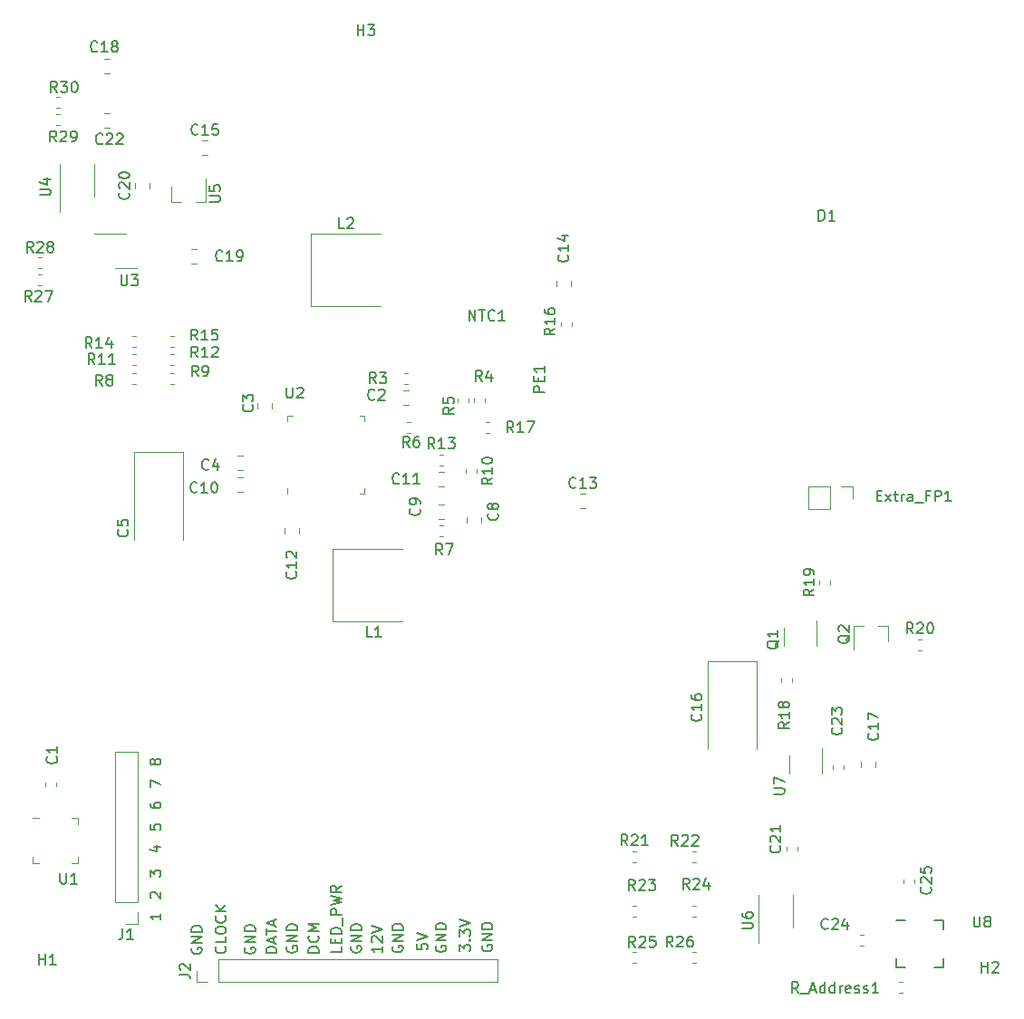
<source format=gbr>
G04 #@! TF.GenerationSoftware,KiCad,Pcbnew,5.1.6-c6e7f7d~87~ubuntu20.04.1*
G04 #@! TF.CreationDate,2020-08-17T15:40:30+03:00*
G04 #@! TF.ProjectId,LED_test,4c45445f-7465-4737-942e-6b696361645f,rev?*
G04 #@! TF.SameCoordinates,Original*
G04 #@! TF.FileFunction,Legend,Top*
G04 #@! TF.FilePolarity,Positive*
%FSLAX46Y46*%
G04 Gerber Fmt 4.6, Leading zero omitted, Abs format (unit mm)*
G04 Created by KiCad (PCBNEW 5.1.6-c6e7f7d~87~ubuntu20.04.1) date 2020-08-17 15:40:30*
%MOMM*%
%LPD*%
G01*
G04 APERTURE LIST*
%ADD10C,0.150000*%
%ADD11C,0.120000*%
G04 APERTURE END LIST*
D10*
X146570000Y-127901904D02*
X146522380Y-127997142D01*
X146522380Y-128140000D01*
X146570000Y-128282857D01*
X146665238Y-128378095D01*
X146760476Y-128425714D01*
X146950952Y-128473333D01*
X147093809Y-128473333D01*
X147284285Y-128425714D01*
X147379523Y-128378095D01*
X147474761Y-128282857D01*
X147522380Y-128140000D01*
X147522380Y-128044761D01*
X147474761Y-127901904D01*
X147427142Y-127854285D01*
X147093809Y-127854285D01*
X147093809Y-128044761D01*
X147522380Y-127425714D02*
X146522380Y-127425714D01*
X147522380Y-126854285D01*
X146522380Y-126854285D01*
X147522380Y-126378095D02*
X146522380Y-126378095D01*
X146522380Y-126140000D01*
X146570000Y-125997142D01*
X146665238Y-125901904D01*
X146760476Y-125854285D01*
X146950952Y-125806666D01*
X147093809Y-125806666D01*
X147284285Y-125854285D01*
X147379523Y-125901904D01*
X147474761Y-125997142D01*
X147522380Y-126140000D01*
X147522380Y-126378095D01*
X142250000Y-127941904D02*
X142202380Y-128037142D01*
X142202380Y-128180000D01*
X142250000Y-128322857D01*
X142345238Y-128418095D01*
X142440476Y-128465714D01*
X142630952Y-128513333D01*
X142773809Y-128513333D01*
X142964285Y-128465714D01*
X143059523Y-128418095D01*
X143154761Y-128322857D01*
X143202380Y-128180000D01*
X143202380Y-128084761D01*
X143154761Y-127941904D01*
X143107142Y-127894285D01*
X142773809Y-127894285D01*
X142773809Y-128084761D01*
X143202380Y-127465714D02*
X142202380Y-127465714D01*
X143202380Y-126894285D01*
X142202380Y-126894285D01*
X143202380Y-126418095D02*
X142202380Y-126418095D01*
X142202380Y-126180000D01*
X142250000Y-126037142D01*
X142345238Y-125941904D01*
X142440476Y-125894285D01*
X142630952Y-125846666D01*
X142773809Y-125846666D01*
X142964285Y-125894285D01*
X143059523Y-125941904D01*
X143154761Y-126037142D01*
X143202380Y-126180000D01*
X143202380Y-126418095D01*
X138200000Y-127981904D02*
X138152380Y-128077142D01*
X138152380Y-128220000D01*
X138200000Y-128362857D01*
X138295238Y-128458095D01*
X138390476Y-128505714D01*
X138580952Y-128553333D01*
X138723809Y-128553333D01*
X138914285Y-128505714D01*
X139009523Y-128458095D01*
X139104761Y-128362857D01*
X139152380Y-128220000D01*
X139152380Y-128124761D01*
X139104761Y-127981904D01*
X139057142Y-127934285D01*
X138723809Y-127934285D01*
X138723809Y-128124761D01*
X139152380Y-127505714D02*
X138152380Y-127505714D01*
X139152380Y-126934285D01*
X138152380Y-126934285D01*
X139152380Y-126458095D02*
X138152380Y-126458095D01*
X138152380Y-126220000D01*
X138200000Y-126077142D01*
X138295238Y-125981904D01*
X138390476Y-125934285D01*
X138580952Y-125886666D01*
X138723809Y-125886666D01*
X138914285Y-125934285D01*
X139009523Y-125981904D01*
X139104761Y-126077142D01*
X139152380Y-126220000D01*
X139152380Y-126458095D01*
X134340000Y-128011904D02*
X134292380Y-128107142D01*
X134292380Y-128250000D01*
X134340000Y-128392857D01*
X134435238Y-128488095D01*
X134530476Y-128535714D01*
X134720952Y-128583333D01*
X134863809Y-128583333D01*
X135054285Y-128535714D01*
X135149523Y-128488095D01*
X135244761Y-128392857D01*
X135292380Y-128250000D01*
X135292380Y-128154761D01*
X135244761Y-128011904D01*
X135197142Y-127964285D01*
X134863809Y-127964285D01*
X134863809Y-128154761D01*
X135292380Y-127535714D02*
X134292380Y-127535714D01*
X135292380Y-126964285D01*
X134292380Y-126964285D01*
X135292380Y-126488095D02*
X134292380Y-126488095D01*
X134292380Y-126250000D01*
X134340000Y-126107142D01*
X134435238Y-126011904D01*
X134530476Y-125964285D01*
X134720952Y-125916666D01*
X134863809Y-125916666D01*
X135054285Y-125964285D01*
X135149523Y-126011904D01*
X135244761Y-126107142D01*
X135292380Y-126250000D01*
X135292380Y-126488095D01*
X128340000Y-128021904D02*
X128292380Y-128117142D01*
X128292380Y-128260000D01*
X128340000Y-128402857D01*
X128435238Y-128498095D01*
X128530476Y-128545714D01*
X128720952Y-128593333D01*
X128863809Y-128593333D01*
X129054285Y-128545714D01*
X129149523Y-128498095D01*
X129244761Y-128402857D01*
X129292380Y-128260000D01*
X129292380Y-128164761D01*
X129244761Y-128021904D01*
X129197142Y-127974285D01*
X128863809Y-127974285D01*
X128863809Y-128164761D01*
X129292380Y-127545714D02*
X128292380Y-127545714D01*
X129292380Y-126974285D01*
X128292380Y-126974285D01*
X129292380Y-126498095D02*
X128292380Y-126498095D01*
X128292380Y-126260000D01*
X128340000Y-126117142D01*
X128435238Y-126021904D01*
X128530476Y-125974285D01*
X128720952Y-125926666D01*
X128863809Y-125926666D01*
X129054285Y-125974285D01*
X129149523Y-126021904D01*
X129244761Y-126117142D01*
X129292380Y-126260000D01*
X129292380Y-126498095D01*
X124400000Y-128111904D02*
X124352380Y-128207142D01*
X124352380Y-128350000D01*
X124400000Y-128492857D01*
X124495238Y-128588095D01*
X124590476Y-128635714D01*
X124780952Y-128683333D01*
X124923809Y-128683333D01*
X125114285Y-128635714D01*
X125209523Y-128588095D01*
X125304761Y-128492857D01*
X125352380Y-128350000D01*
X125352380Y-128254761D01*
X125304761Y-128111904D01*
X125257142Y-128064285D01*
X124923809Y-128064285D01*
X124923809Y-128254761D01*
X125352380Y-127635714D02*
X124352380Y-127635714D01*
X125352380Y-127064285D01*
X124352380Y-127064285D01*
X125352380Y-126588095D02*
X124352380Y-126588095D01*
X124352380Y-126350000D01*
X124400000Y-126207142D01*
X124495238Y-126111904D01*
X124590476Y-126064285D01*
X124780952Y-126016666D01*
X124923809Y-126016666D01*
X125114285Y-126064285D01*
X125209523Y-126111904D01*
X125304761Y-126207142D01*
X125352380Y-126350000D01*
X125352380Y-126588095D01*
X131312380Y-128573333D02*
X130312380Y-128573333D01*
X130312380Y-128335238D01*
X130360000Y-128192380D01*
X130455238Y-128097142D01*
X130550476Y-128049523D01*
X130740952Y-128001904D01*
X130883809Y-128001904D01*
X131074285Y-128049523D01*
X131169523Y-128097142D01*
X131264761Y-128192380D01*
X131312380Y-128335238D01*
X131312380Y-128573333D01*
X131217142Y-127001904D02*
X131264761Y-127049523D01*
X131312380Y-127192380D01*
X131312380Y-127287619D01*
X131264761Y-127430476D01*
X131169523Y-127525714D01*
X131074285Y-127573333D01*
X130883809Y-127620952D01*
X130740952Y-127620952D01*
X130550476Y-127573333D01*
X130455238Y-127525714D01*
X130360000Y-127430476D01*
X130312380Y-127287619D01*
X130312380Y-127192380D01*
X130360000Y-127049523D01*
X130407619Y-127001904D01*
X131312380Y-126573333D02*
X130312380Y-126573333D01*
X131026666Y-126240000D01*
X130312380Y-125906666D01*
X131312380Y-125906666D01*
X133402380Y-128045238D02*
X133402380Y-128521428D01*
X132402380Y-128521428D01*
X132878571Y-127711904D02*
X132878571Y-127378571D01*
X133402380Y-127235714D02*
X133402380Y-127711904D01*
X132402380Y-127711904D01*
X132402380Y-127235714D01*
X133402380Y-126807142D02*
X132402380Y-126807142D01*
X132402380Y-126569047D01*
X132450000Y-126426190D01*
X132545238Y-126330952D01*
X132640476Y-126283333D01*
X132830952Y-126235714D01*
X132973809Y-126235714D01*
X133164285Y-126283333D01*
X133259523Y-126330952D01*
X133354761Y-126426190D01*
X133402380Y-126569047D01*
X133402380Y-126807142D01*
X133497619Y-126045238D02*
X133497619Y-125283333D01*
X133402380Y-125045238D02*
X132402380Y-125045238D01*
X132402380Y-124664285D01*
X132450000Y-124569047D01*
X132497619Y-124521428D01*
X132592857Y-124473809D01*
X132735714Y-124473809D01*
X132830952Y-124521428D01*
X132878571Y-124569047D01*
X132926190Y-124664285D01*
X132926190Y-125045238D01*
X132402380Y-124140476D02*
X133402380Y-123902380D01*
X132688095Y-123711904D01*
X133402380Y-123521428D01*
X132402380Y-123283333D01*
X133402380Y-122330952D02*
X132926190Y-122664285D01*
X133402380Y-122902380D02*
X132402380Y-122902380D01*
X132402380Y-122521428D01*
X132450000Y-122426190D01*
X132497619Y-122378571D01*
X132592857Y-122330952D01*
X132735714Y-122330952D01*
X132830952Y-122378571D01*
X132878571Y-122426190D01*
X132926190Y-122521428D01*
X132926190Y-122902380D01*
X119440000Y-128151904D02*
X119392380Y-128247142D01*
X119392380Y-128390000D01*
X119440000Y-128532857D01*
X119535238Y-128628095D01*
X119630476Y-128675714D01*
X119820952Y-128723333D01*
X119963809Y-128723333D01*
X120154285Y-128675714D01*
X120249523Y-128628095D01*
X120344761Y-128532857D01*
X120392380Y-128390000D01*
X120392380Y-128294761D01*
X120344761Y-128151904D01*
X120297142Y-128104285D01*
X119963809Y-128104285D01*
X119963809Y-128294761D01*
X120392380Y-127675714D02*
X119392380Y-127675714D01*
X120392380Y-127104285D01*
X119392380Y-127104285D01*
X120392380Y-126628095D02*
X119392380Y-126628095D01*
X119392380Y-126390000D01*
X119440000Y-126247142D01*
X119535238Y-126151904D01*
X119630476Y-126104285D01*
X119820952Y-126056666D01*
X119963809Y-126056666D01*
X120154285Y-126104285D01*
X120249523Y-126151904D01*
X120344761Y-126247142D01*
X120392380Y-126390000D01*
X120392380Y-126628095D01*
X122537142Y-128019047D02*
X122584761Y-128066666D01*
X122632380Y-128209523D01*
X122632380Y-128304761D01*
X122584761Y-128447619D01*
X122489523Y-128542857D01*
X122394285Y-128590476D01*
X122203809Y-128638095D01*
X122060952Y-128638095D01*
X121870476Y-128590476D01*
X121775238Y-128542857D01*
X121680000Y-128447619D01*
X121632380Y-128304761D01*
X121632380Y-128209523D01*
X121680000Y-128066666D01*
X121727619Y-128019047D01*
X122632380Y-127114285D02*
X122632380Y-127590476D01*
X121632380Y-127590476D01*
X121632380Y-126590476D02*
X121632380Y-126400000D01*
X121680000Y-126304761D01*
X121775238Y-126209523D01*
X121965714Y-126161904D01*
X122299047Y-126161904D01*
X122489523Y-126209523D01*
X122584761Y-126304761D01*
X122632380Y-126400000D01*
X122632380Y-126590476D01*
X122584761Y-126685714D01*
X122489523Y-126780952D01*
X122299047Y-126828571D01*
X121965714Y-126828571D01*
X121775238Y-126780952D01*
X121680000Y-126685714D01*
X121632380Y-126590476D01*
X122537142Y-125161904D02*
X122584761Y-125209523D01*
X122632380Y-125352380D01*
X122632380Y-125447619D01*
X122584761Y-125590476D01*
X122489523Y-125685714D01*
X122394285Y-125733333D01*
X122203809Y-125780952D01*
X122060952Y-125780952D01*
X121870476Y-125733333D01*
X121775238Y-125685714D01*
X121680000Y-125590476D01*
X121632380Y-125447619D01*
X121632380Y-125352380D01*
X121680000Y-125209523D01*
X121727619Y-125161904D01*
X122632380Y-124733333D02*
X121632380Y-124733333D01*
X122632380Y-124161904D02*
X122060952Y-124590476D01*
X121632380Y-124161904D02*
X122203809Y-124733333D01*
X127362380Y-128620000D02*
X126362380Y-128620000D01*
X126362380Y-128381904D01*
X126410000Y-128239047D01*
X126505238Y-128143809D01*
X126600476Y-128096190D01*
X126790952Y-128048571D01*
X126933809Y-128048571D01*
X127124285Y-128096190D01*
X127219523Y-128143809D01*
X127314761Y-128239047D01*
X127362380Y-128381904D01*
X127362380Y-128620000D01*
X127076666Y-127667619D02*
X127076666Y-127191428D01*
X127362380Y-127762857D02*
X126362380Y-127429523D01*
X127362380Y-127096190D01*
X126362380Y-126905714D02*
X126362380Y-126334285D01*
X127362380Y-126620000D02*
X126362380Y-126620000D01*
X127076666Y-126048571D02*
X127076666Y-125572380D01*
X127362380Y-126143809D02*
X126362380Y-125810476D01*
X127362380Y-125477142D01*
X137202380Y-127989047D02*
X137202380Y-128560476D01*
X137202380Y-128274761D02*
X136202380Y-128274761D01*
X136345238Y-128370000D01*
X136440476Y-128465238D01*
X136488095Y-128560476D01*
X136297619Y-127608095D02*
X136250000Y-127560476D01*
X136202380Y-127465238D01*
X136202380Y-127227142D01*
X136250000Y-127131904D01*
X136297619Y-127084285D01*
X136392857Y-127036666D01*
X136488095Y-127036666D01*
X136630952Y-127084285D01*
X137202380Y-127655714D01*
X137202380Y-127036666D01*
X136202380Y-126750952D02*
X137202380Y-126417619D01*
X136202380Y-126084285D01*
X140472380Y-127780476D02*
X140472380Y-128256666D01*
X140948571Y-128304285D01*
X140900952Y-128256666D01*
X140853333Y-128161428D01*
X140853333Y-127923333D01*
X140900952Y-127828095D01*
X140948571Y-127780476D01*
X141043809Y-127732857D01*
X141281904Y-127732857D01*
X141377142Y-127780476D01*
X141424761Y-127828095D01*
X141472380Y-127923333D01*
X141472380Y-128161428D01*
X141424761Y-128256666D01*
X141377142Y-128304285D01*
X140472380Y-127447142D02*
X141472380Y-127113809D01*
X140472380Y-126780476D01*
X144442380Y-128476190D02*
X144442380Y-127857142D01*
X144823333Y-128190476D01*
X144823333Y-128047619D01*
X144870952Y-127952380D01*
X144918571Y-127904761D01*
X145013809Y-127857142D01*
X145251904Y-127857142D01*
X145347142Y-127904761D01*
X145394761Y-127952380D01*
X145442380Y-128047619D01*
X145442380Y-128333333D01*
X145394761Y-128428571D01*
X145347142Y-128476190D01*
X145347142Y-127428571D02*
X145394761Y-127380952D01*
X145442380Y-127428571D01*
X145394761Y-127476190D01*
X145347142Y-127428571D01*
X145442380Y-127428571D01*
X144442380Y-127047619D02*
X144442380Y-126428571D01*
X144823333Y-126761904D01*
X144823333Y-126619047D01*
X144870952Y-126523809D01*
X144918571Y-126476190D01*
X145013809Y-126428571D01*
X145251904Y-126428571D01*
X145347142Y-126476190D01*
X145394761Y-126523809D01*
X145442380Y-126619047D01*
X145442380Y-126904761D01*
X145394761Y-127000000D01*
X145347142Y-127047619D01*
X144442380Y-126142857D02*
X145442380Y-125809523D01*
X144442380Y-125476190D01*
X115958952Y-110839238D02*
X115911333Y-110934476D01*
X115863714Y-110982095D01*
X115768476Y-111029714D01*
X115720857Y-111029714D01*
X115625619Y-110982095D01*
X115578000Y-110934476D01*
X115530380Y-110839238D01*
X115530380Y-110648761D01*
X115578000Y-110553523D01*
X115625619Y-110505904D01*
X115720857Y-110458285D01*
X115768476Y-110458285D01*
X115863714Y-110505904D01*
X115911333Y-110553523D01*
X115958952Y-110648761D01*
X115958952Y-110839238D01*
X116006571Y-110934476D01*
X116054190Y-110982095D01*
X116149428Y-111029714D01*
X116339904Y-111029714D01*
X116435142Y-110982095D01*
X116482761Y-110934476D01*
X116530380Y-110839238D01*
X116530380Y-110648761D01*
X116482761Y-110553523D01*
X116435142Y-110505904D01*
X116339904Y-110458285D01*
X116149428Y-110458285D01*
X116054190Y-110505904D01*
X116006571Y-110553523D01*
X115958952Y-110648761D01*
X115530380Y-113109333D02*
X115530380Y-112442666D01*
X116530380Y-112871238D01*
X115530380Y-114617523D02*
X115530380Y-114808000D01*
X115578000Y-114903238D01*
X115625619Y-114950857D01*
X115768476Y-115046095D01*
X115958952Y-115093714D01*
X116339904Y-115093714D01*
X116435142Y-115046095D01*
X116482761Y-114998476D01*
X116530380Y-114903238D01*
X116530380Y-114712761D01*
X116482761Y-114617523D01*
X116435142Y-114569904D01*
X116339904Y-114522285D01*
X116101809Y-114522285D01*
X116006571Y-114569904D01*
X115958952Y-114617523D01*
X115911333Y-114712761D01*
X115911333Y-114903238D01*
X115958952Y-114998476D01*
X116006571Y-115046095D01*
X116101809Y-115093714D01*
X115530380Y-116601904D02*
X115530380Y-117078095D01*
X116006571Y-117125714D01*
X115958952Y-117078095D01*
X115911333Y-116982857D01*
X115911333Y-116744761D01*
X115958952Y-116649523D01*
X116006571Y-116601904D01*
X116101809Y-116554285D01*
X116339904Y-116554285D01*
X116435142Y-116601904D01*
X116482761Y-116649523D01*
X116530380Y-116744761D01*
X116530380Y-116982857D01*
X116482761Y-117078095D01*
X116435142Y-117125714D01*
X115863714Y-118681523D02*
X116530380Y-118681523D01*
X115482761Y-118919619D02*
X116197047Y-119157714D01*
X116197047Y-118538666D01*
X115530380Y-121491333D02*
X115530380Y-120872285D01*
X115911333Y-121205619D01*
X115911333Y-121062761D01*
X115958952Y-120967523D01*
X116006571Y-120919904D01*
X116101809Y-120872285D01*
X116339904Y-120872285D01*
X116435142Y-120919904D01*
X116482761Y-120967523D01*
X116530380Y-121062761D01*
X116530380Y-121348476D01*
X116482761Y-121443714D01*
X116435142Y-121491333D01*
X115625619Y-123475714D02*
X115578000Y-123428095D01*
X115530380Y-123332857D01*
X115530380Y-123094761D01*
X115578000Y-122999523D01*
X115625619Y-122951904D01*
X115720857Y-122904285D01*
X115816095Y-122904285D01*
X115958952Y-122951904D01*
X116530380Y-123523333D01*
X116530380Y-122904285D01*
X116530380Y-124936285D02*
X116530380Y-125507714D01*
X116530380Y-125222000D02*
X115530380Y-125222000D01*
X115673238Y-125317238D01*
X115768476Y-125412476D01*
X115816095Y-125507714D01*
D11*
X128360000Y-85185000D02*
X128360000Y-85660000D01*
X135580000Y-78440000D02*
X135105000Y-78440000D01*
X135580000Y-78915000D02*
X135580000Y-78440000D01*
X135580000Y-85660000D02*
X135105000Y-85660000D01*
X135580000Y-85185000D02*
X135580000Y-85660000D01*
X128360000Y-78440000D02*
X128835000Y-78440000D01*
X128360000Y-78915000D02*
X128360000Y-78440000D01*
X114344000Y-125900000D02*
X113284000Y-125900000D01*
X114344000Y-124840000D02*
X114344000Y-125900000D01*
X114344000Y-123840000D02*
X112224000Y-123840000D01*
X112224000Y-123840000D02*
X112224000Y-109780000D01*
X114344000Y-123840000D02*
X114344000Y-109780000D01*
X114344000Y-109780000D02*
X112224000Y-109780000D01*
X105120000Y-116000000D02*
X104570000Y-116000000D01*
X108790000Y-120220000D02*
X108790000Y-119670000D01*
X108240000Y-120220000D02*
X108790000Y-120220000D01*
X104570000Y-120220000D02*
X104570000Y-119670000D01*
X105120000Y-120220000D02*
X104570000Y-120220000D01*
X108790000Y-116000000D02*
X108790000Y-116550000D01*
X108240000Y-116000000D02*
X108790000Y-116000000D01*
X177026000Y-85046000D02*
X177026000Y-87166000D01*
X179086000Y-85046000D02*
X177026000Y-85046000D01*
X179086000Y-87166000D02*
X177026000Y-87166000D01*
X179086000Y-85046000D02*
X179086000Y-87166000D01*
X180086000Y-85046000D02*
X181146000Y-85046000D01*
X181146000Y-85046000D02*
X181146000Y-86106000D01*
X147964000Y-131362000D02*
X147964000Y-129242000D01*
X121904000Y-131362000D02*
X147964000Y-131362000D01*
X121904000Y-129242000D02*
X147964000Y-129242000D01*
X121904000Y-131362000D02*
X121904000Y-129242000D01*
X120904000Y-131362000D02*
X119844000Y-131362000D01*
X119844000Y-131362000D02*
X119844000Y-130302000D01*
X114072000Y-81775000D02*
X114072000Y-90010000D01*
X118592000Y-81775000D02*
X114072000Y-81775000D01*
X118592000Y-90010000D02*
X118592000Y-81775000D01*
X105780000Y-112728733D02*
X105780000Y-113071267D01*
X106800000Y-112728733D02*
X106800000Y-113071267D01*
X120388748Y-52630000D02*
X120911252Y-52630000D01*
X120388748Y-54050000D02*
X120911252Y-54050000D01*
X111767252Y-46430000D02*
X111244748Y-46430000D01*
X111767252Y-45010000D02*
X111244748Y-45010000D01*
X111244748Y-51510000D02*
X111767252Y-51510000D01*
X111244748Y-50090000D02*
X111767252Y-50090000D01*
X110322000Y-56388000D02*
X110322000Y-54888000D01*
X110322000Y-56388000D02*
X110322000Y-57888000D01*
X107102000Y-56388000D02*
X107102000Y-54888000D01*
X107102000Y-56388000D02*
X107102000Y-59313000D01*
X180342000Y-111423267D02*
X180342000Y-111080733D01*
X179322000Y-111423267D02*
X179322000Y-111080733D01*
X175004000Y-118700733D02*
X175004000Y-119043267D01*
X176024000Y-118700733D02*
X176024000Y-119043267D01*
X115518000Y-57157252D02*
X115518000Y-56634748D01*
X114098000Y-57157252D02*
X114098000Y-56634748D01*
X119372748Y-64210000D02*
X119895252Y-64210000D01*
X119372748Y-62790000D02*
X119895252Y-62790000D01*
X172380000Y-124714000D02*
X172380000Y-127639000D01*
X172380000Y-124714000D02*
X172380000Y-123214000D01*
X175600000Y-124714000D02*
X175600000Y-126214000D01*
X175600000Y-124714000D02*
X175600000Y-123214000D01*
X106748733Y-48610000D02*
X107091267Y-48610000D01*
X106748733Y-49630000D02*
X107091267Y-49630000D01*
X106738733Y-50230000D02*
X107081267Y-50230000D01*
X106738733Y-51250000D02*
X107081267Y-51250000D01*
X105058733Y-63560000D02*
X105401267Y-63560000D01*
X105058733Y-64580000D02*
X105401267Y-64580000D01*
X105028733Y-65210000D02*
X105371267Y-65210000D01*
X105028733Y-66230000D02*
X105371267Y-66230000D01*
X166198733Y-128522000D02*
X166541267Y-128522000D01*
X166198733Y-129542000D02*
X166541267Y-129542000D01*
X160953267Y-129542000D02*
X160610733Y-129542000D01*
X160953267Y-128522000D02*
X160610733Y-128522000D01*
X166198733Y-124204000D02*
X166541267Y-124204000D01*
X166198733Y-125224000D02*
X166541267Y-125224000D01*
X160953267Y-125224000D02*
X160610733Y-125224000D01*
X160953267Y-124204000D02*
X160610733Y-124204000D01*
X166198733Y-119124000D02*
X166541267Y-119124000D01*
X166198733Y-120144000D02*
X166541267Y-120144000D01*
X160953267Y-120144000D02*
X160610733Y-120144000D01*
X160953267Y-119124000D02*
X160610733Y-119124000D01*
X139707252Y-75998000D02*
X139184748Y-75998000D01*
X139707252Y-77418000D02*
X139184748Y-77418000D01*
X125528000Y-77208748D02*
X125528000Y-77731252D01*
X126948000Y-77208748D02*
X126948000Y-77731252D01*
X124213252Y-82094000D02*
X123690748Y-82094000D01*
X124213252Y-83514000D02*
X123690748Y-83514000D01*
X146506000Y-88399252D02*
X146506000Y-87876748D01*
X145086000Y-88399252D02*
X145086000Y-87876748D01*
X142486748Y-86666000D02*
X143009252Y-86666000D01*
X142486748Y-88086000D02*
X143009252Y-88086000D01*
X123690748Y-84126000D02*
X124213252Y-84126000D01*
X123690748Y-85546000D02*
X124213252Y-85546000D01*
X143009252Y-85038000D02*
X142486748Y-85038000D01*
X143009252Y-83618000D02*
X142486748Y-83618000D01*
X128068000Y-89415252D02*
X128068000Y-88892748D01*
X129488000Y-89415252D02*
X129488000Y-88892748D01*
X155694748Y-87070000D02*
X156217252Y-87070000D01*
X155694748Y-85650000D02*
X156217252Y-85650000D01*
X153468000Y-66301252D02*
X153468000Y-65778748D01*
X154888000Y-66301252D02*
X154888000Y-65778748D01*
X167666000Y-101333000D02*
X167666000Y-109568000D01*
X172186000Y-101333000D02*
X167666000Y-101333000D01*
X172186000Y-109568000D02*
X172186000Y-101333000D01*
X181916000Y-110736748D02*
X181916000Y-111259252D01*
X183336000Y-110736748D02*
X183336000Y-111259252D01*
X181838733Y-126930000D02*
X182181267Y-126930000D01*
X181838733Y-127950000D02*
X182181267Y-127950000D01*
X185926000Y-121748733D02*
X185926000Y-122091267D01*
X186946000Y-121748733D02*
X186946000Y-122091267D01*
X132600000Y-97624000D02*
X139070000Y-97624000D01*
X132600000Y-90844000D02*
X139070000Y-90844000D01*
X132600000Y-90844000D02*
X132600000Y-97624000D01*
X130568000Y-61380000D02*
X130568000Y-68160000D01*
X130568000Y-61380000D02*
X137038000Y-61380000D01*
X130568000Y-68160000D02*
X137038000Y-68160000D01*
X177786000Y-99940000D02*
X177786000Y-97510000D01*
X174716000Y-98180000D02*
X174716000Y-99940000D01*
X184460000Y-98046000D02*
X183530000Y-98046000D01*
X181300000Y-98046000D02*
X182230000Y-98046000D01*
X181300000Y-98046000D02*
X181300000Y-100206000D01*
X184460000Y-98046000D02*
X184460000Y-99506000D01*
X139617267Y-75440000D02*
X139274733Y-75440000D01*
X139617267Y-74420000D02*
X139274733Y-74420000D01*
X146814000Y-76790733D02*
X146814000Y-77133267D01*
X145794000Y-76790733D02*
X145794000Y-77133267D01*
X144270000Y-76790733D02*
X144270000Y-77133267D01*
X145290000Y-76790733D02*
X145290000Y-77133267D01*
X139528733Y-80012000D02*
X139871267Y-80012000D01*
X139528733Y-78992000D02*
X139871267Y-78992000D01*
X142919267Y-88644000D02*
X142576733Y-88644000D01*
X142919267Y-89664000D02*
X142576733Y-89664000D01*
X113874733Y-74420000D02*
X114217267Y-74420000D01*
X113874733Y-75440000D02*
X114217267Y-75440000D01*
X117418733Y-75440000D02*
X117761267Y-75440000D01*
X117418733Y-74420000D02*
X117761267Y-74420000D01*
X146052000Y-83737267D02*
X146052000Y-83394733D01*
X145032000Y-83737267D02*
X145032000Y-83394733D01*
X113874733Y-73662000D02*
X114217267Y-73662000D01*
X113874733Y-72642000D02*
X114217267Y-72642000D01*
X117430733Y-73662000D02*
X117773267Y-73662000D01*
X117430733Y-72642000D02*
X117773267Y-72642000D01*
X142576733Y-82040000D02*
X142919267Y-82040000D01*
X142576733Y-83060000D02*
X142919267Y-83060000D01*
X113874733Y-71984000D02*
X114217267Y-71984000D01*
X113874733Y-70964000D02*
X114217267Y-70964000D01*
X117394733Y-70964000D02*
X117737267Y-70964000D01*
X117394733Y-71984000D02*
X117737267Y-71984000D01*
X153922000Y-69678733D02*
X153922000Y-70021267D01*
X154942000Y-69678733D02*
X154942000Y-70021267D01*
X146894733Y-78992000D02*
X147237267Y-78992000D01*
X146894733Y-80012000D02*
X147237267Y-80012000D01*
X174496000Y-102952733D02*
X174496000Y-103295267D01*
X175516000Y-102952733D02*
X175516000Y-103295267D01*
X178052000Y-94151267D02*
X178052000Y-93808733D01*
X179072000Y-94151267D02*
X179072000Y-93808733D01*
X187280733Y-100332000D02*
X187623267Y-100332000D01*
X187280733Y-99312000D02*
X187623267Y-99312000D01*
X185845267Y-132336000D02*
X185502733Y-132336000D01*
X185845267Y-131316000D02*
X185502733Y-131316000D01*
X113284000Y-61372000D02*
X110284000Y-61372000D01*
X114284000Y-64612000D02*
X112284000Y-64612000D01*
X117546000Y-58418000D02*
X117546000Y-56958000D01*
X120706000Y-58418000D02*
X120706000Y-56258000D01*
X120706000Y-58418000D02*
X119776000Y-58418000D01*
X117546000Y-58418000D02*
X118476000Y-58418000D01*
X178294000Y-111878000D02*
X178294000Y-109448000D01*
X175224000Y-110118000D02*
X175224000Y-111878000D01*
D10*
X189627000Y-125587000D02*
X188827000Y-125587000D01*
X189627000Y-129937000D02*
X188827000Y-129937000D01*
X185277000Y-129937000D02*
X186077000Y-129937000D01*
X185277000Y-125587000D02*
X186077000Y-125587000D01*
X189627000Y-129937000D02*
X189627000Y-129137000D01*
X185277000Y-129937000D02*
X185277000Y-129137000D01*
X189627000Y-125587000D02*
X189627000Y-126387000D01*
X128288095Y-75742380D02*
X128288095Y-76551904D01*
X128335714Y-76647142D01*
X128383333Y-76694761D01*
X128478571Y-76742380D01*
X128669047Y-76742380D01*
X128764285Y-76694761D01*
X128811904Y-76647142D01*
X128859523Y-76551904D01*
X128859523Y-75742380D01*
X129288095Y-75837619D02*
X129335714Y-75790000D01*
X129430952Y-75742380D01*
X129669047Y-75742380D01*
X129764285Y-75790000D01*
X129811904Y-75837619D01*
X129859523Y-75932857D01*
X129859523Y-76028095D01*
X129811904Y-76170952D01*
X129240476Y-76742380D01*
X129859523Y-76742380D01*
X112950666Y-126352380D02*
X112950666Y-127066666D01*
X112903047Y-127209523D01*
X112807809Y-127304761D01*
X112664952Y-127352380D01*
X112569714Y-127352380D01*
X113950666Y-127352380D02*
X113379238Y-127352380D01*
X113664952Y-127352380D02*
X113664952Y-126352380D01*
X113569714Y-126495238D01*
X113474476Y-126590476D01*
X113379238Y-126638095D01*
X107138095Y-121142380D02*
X107138095Y-121951904D01*
X107185714Y-122047142D01*
X107233333Y-122094761D01*
X107328571Y-122142380D01*
X107519047Y-122142380D01*
X107614285Y-122094761D01*
X107661904Y-122047142D01*
X107709523Y-121951904D01*
X107709523Y-121142380D01*
X108709523Y-122142380D02*
X108138095Y-122142380D01*
X108423809Y-122142380D02*
X108423809Y-121142380D01*
X108328571Y-121285238D01*
X108233333Y-121380476D01*
X108138095Y-121428095D01*
X134928095Y-42842380D02*
X134928095Y-41842380D01*
X134928095Y-42318571D02*
X135499523Y-42318571D01*
X135499523Y-42842380D02*
X135499523Y-41842380D01*
X135880476Y-41842380D02*
X136499523Y-41842380D01*
X136166190Y-42223333D01*
X136309047Y-42223333D01*
X136404285Y-42270952D01*
X136451904Y-42318571D01*
X136499523Y-42413809D01*
X136499523Y-42651904D01*
X136451904Y-42747142D01*
X136404285Y-42794761D01*
X136309047Y-42842380D01*
X136023333Y-42842380D01*
X135928095Y-42794761D01*
X135880476Y-42747142D01*
X193248095Y-130432380D02*
X193248095Y-129432380D01*
X193248095Y-129908571D02*
X193819523Y-129908571D01*
X193819523Y-130432380D02*
X193819523Y-129432380D01*
X194248095Y-129527619D02*
X194295714Y-129480000D01*
X194390952Y-129432380D01*
X194629047Y-129432380D01*
X194724285Y-129480000D01*
X194771904Y-129527619D01*
X194819523Y-129622857D01*
X194819523Y-129718095D01*
X194771904Y-129860952D01*
X194200476Y-130432380D01*
X194819523Y-130432380D01*
X105168095Y-129732380D02*
X105168095Y-128732380D01*
X105168095Y-129208571D02*
X105739523Y-129208571D01*
X105739523Y-129732380D02*
X105739523Y-128732380D01*
X106739523Y-129732380D02*
X106168095Y-129732380D01*
X106453809Y-129732380D02*
X106453809Y-128732380D01*
X106358571Y-128875238D01*
X106263333Y-128970476D01*
X106168095Y-129018095D01*
X183447619Y-85878571D02*
X183780952Y-85878571D01*
X183923809Y-86402380D02*
X183447619Y-86402380D01*
X183447619Y-85402380D01*
X183923809Y-85402380D01*
X184257142Y-86402380D02*
X184780952Y-85735714D01*
X184257142Y-85735714D02*
X184780952Y-86402380D01*
X185019047Y-85735714D02*
X185400000Y-85735714D01*
X185161904Y-85402380D02*
X185161904Y-86259523D01*
X185209523Y-86354761D01*
X185304761Y-86402380D01*
X185400000Y-86402380D01*
X185733333Y-86402380D02*
X185733333Y-85735714D01*
X185733333Y-85926190D02*
X185780952Y-85830952D01*
X185828571Y-85783333D01*
X185923809Y-85735714D01*
X186019047Y-85735714D01*
X186780952Y-86402380D02*
X186780952Y-85878571D01*
X186733333Y-85783333D01*
X186638095Y-85735714D01*
X186447619Y-85735714D01*
X186352380Y-85783333D01*
X186780952Y-86354761D02*
X186685714Y-86402380D01*
X186447619Y-86402380D01*
X186352380Y-86354761D01*
X186304761Y-86259523D01*
X186304761Y-86164285D01*
X186352380Y-86069047D01*
X186447619Y-86021428D01*
X186685714Y-86021428D01*
X186780952Y-85973809D01*
X187019047Y-86497619D02*
X187780952Y-86497619D01*
X188352380Y-85878571D02*
X188019047Y-85878571D01*
X188019047Y-86402380D02*
X188019047Y-85402380D01*
X188495238Y-85402380D01*
X188876190Y-86402380D02*
X188876190Y-85402380D01*
X189257142Y-85402380D01*
X189352380Y-85450000D01*
X189400000Y-85497619D01*
X189447619Y-85592857D01*
X189447619Y-85735714D01*
X189400000Y-85830952D01*
X189352380Y-85878571D01*
X189257142Y-85926190D01*
X188876190Y-85926190D01*
X190400000Y-86402380D02*
X189828571Y-86402380D01*
X190114285Y-86402380D02*
X190114285Y-85402380D01*
X190019047Y-85545238D01*
X189923809Y-85640476D01*
X189828571Y-85688095D01*
X118296380Y-130635333D02*
X119010666Y-130635333D01*
X119153523Y-130682952D01*
X119248761Y-130778190D01*
X119296380Y-130921047D01*
X119296380Y-131016285D01*
X118391619Y-130206761D02*
X118344000Y-130159142D01*
X118296380Y-130063904D01*
X118296380Y-129825809D01*
X118344000Y-129730571D01*
X118391619Y-129682952D01*
X118486857Y-129635333D01*
X118582095Y-129635333D01*
X118724952Y-129682952D01*
X119296380Y-130254380D01*
X119296380Y-129635333D01*
X113387142Y-89066666D02*
X113434761Y-89114285D01*
X113482380Y-89257142D01*
X113482380Y-89352380D01*
X113434761Y-89495238D01*
X113339523Y-89590476D01*
X113244285Y-89638095D01*
X113053809Y-89685714D01*
X112910952Y-89685714D01*
X112720476Y-89638095D01*
X112625238Y-89590476D01*
X112530000Y-89495238D01*
X112482380Y-89352380D01*
X112482380Y-89257142D01*
X112530000Y-89114285D01*
X112577619Y-89066666D01*
X112482380Y-88161904D02*
X112482380Y-88638095D01*
X112958571Y-88685714D01*
X112910952Y-88638095D01*
X112863333Y-88542857D01*
X112863333Y-88304761D01*
X112910952Y-88209523D01*
X112958571Y-88161904D01*
X113053809Y-88114285D01*
X113291904Y-88114285D01*
X113387142Y-88161904D01*
X113434761Y-88209523D01*
X113482380Y-88304761D01*
X113482380Y-88542857D01*
X113434761Y-88638095D01*
X113387142Y-88685714D01*
X106767142Y-110276666D02*
X106814761Y-110324285D01*
X106862380Y-110467142D01*
X106862380Y-110562380D01*
X106814761Y-110705238D01*
X106719523Y-110800476D01*
X106624285Y-110848095D01*
X106433809Y-110895714D01*
X106290952Y-110895714D01*
X106100476Y-110848095D01*
X106005238Y-110800476D01*
X105910000Y-110705238D01*
X105862380Y-110562380D01*
X105862380Y-110467142D01*
X105910000Y-110324285D01*
X105957619Y-110276666D01*
X106862380Y-109324285D02*
X106862380Y-109895714D01*
X106862380Y-109610000D02*
X105862380Y-109610000D01*
X106005238Y-109705238D01*
X106100476Y-109800476D01*
X106148095Y-109895714D01*
X178007904Y-60166380D02*
X178007904Y-59166380D01*
X178246000Y-59166380D01*
X178388857Y-59214000D01*
X178484095Y-59309238D01*
X178531714Y-59404476D01*
X178579333Y-59594952D01*
X178579333Y-59737809D01*
X178531714Y-59928285D01*
X178484095Y-60023523D01*
X178388857Y-60118761D01*
X178246000Y-60166380D01*
X178007904Y-60166380D01*
X179531714Y-60166380D02*
X178960285Y-60166380D01*
X179246000Y-60166380D02*
X179246000Y-59166380D01*
X179150761Y-59309238D01*
X179055523Y-59404476D01*
X178960285Y-59452095D01*
X120007142Y-52047142D02*
X119959523Y-52094761D01*
X119816666Y-52142380D01*
X119721428Y-52142380D01*
X119578571Y-52094761D01*
X119483333Y-51999523D01*
X119435714Y-51904285D01*
X119388095Y-51713809D01*
X119388095Y-51570952D01*
X119435714Y-51380476D01*
X119483333Y-51285238D01*
X119578571Y-51190000D01*
X119721428Y-51142380D01*
X119816666Y-51142380D01*
X119959523Y-51190000D01*
X120007142Y-51237619D01*
X120959523Y-52142380D02*
X120388095Y-52142380D01*
X120673809Y-52142380D02*
X120673809Y-51142380D01*
X120578571Y-51285238D01*
X120483333Y-51380476D01*
X120388095Y-51428095D01*
X121864285Y-51142380D02*
X121388095Y-51142380D01*
X121340476Y-51618571D01*
X121388095Y-51570952D01*
X121483333Y-51523333D01*
X121721428Y-51523333D01*
X121816666Y-51570952D01*
X121864285Y-51618571D01*
X121911904Y-51713809D01*
X121911904Y-51951904D01*
X121864285Y-52047142D01*
X121816666Y-52094761D01*
X121721428Y-52142380D01*
X121483333Y-52142380D01*
X121388095Y-52094761D01*
X121340476Y-52047142D01*
X110609142Y-44299142D02*
X110561523Y-44346761D01*
X110418666Y-44394380D01*
X110323428Y-44394380D01*
X110180571Y-44346761D01*
X110085333Y-44251523D01*
X110037714Y-44156285D01*
X109990095Y-43965809D01*
X109990095Y-43822952D01*
X110037714Y-43632476D01*
X110085333Y-43537238D01*
X110180571Y-43442000D01*
X110323428Y-43394380D01*
X110418666Y-43394380D01*
X110561523Y-43442000D01*
X110609142Y-43489619D01*
X111561523Y-44394380D02*
X110990095Y-44394380D01*
X111275809Y-44394380D02*
X111275809Y-43394380D01*
X111180571Y-43537238D01*
X111085333Y-43632476D01*
X110990095Y-43680095D01*
X112132952Y-43822952D02*
X112037714Y-43775333D01*
X111990095Y-43727714D01*
X111942476Y-43632476D01*
X111942476Y-43584857D01*
X111990095Y-43489619D01*
X112037714Y-43442000D01*
X112132952Y-43394380D01*
X112323428Y-43394380D01*
X112418666Y-43442000D01*
X112466285Y-43489619D01*
X112513904Y-43584857D01*
X112513904Y-43632476D01*
X112466285Y-43727714D01*
X112418666Y-43775333D01*
X112323428Y-43822952D01*
X112132952Y-43822952D01*
X112037714Y-43870571D01*
X111990095Y-43918190D01*
X111942476Y-44013428D01*
X111942476Y-44203904D01*
X111990095Y-44299142D01*
X112037714Y-44346761D01*
X112132952Y-44394380D01*
X112323428Y-44394380D01*
X112418666Y-44346761D01*
X112466285Y-44299142D01*
X112513904Y-44203904D01*
X112513904Y-44013428D01*
X112466285Y-43918190D01*
X112418666Y-43870571D01*
X112323428Y-43822952D01*
X111087142Y-52927142D02*
X111039523Y-52974761D01*
X110896666Y-53022380D01*
X110801428Y-53022380D01*
X110658571Y-52974761D01*
X110563333Y-52879523D01*
X110515714Y-52784285D01*
X110468095Y-52593809D01*
X110468095Y-52450952D01*
X110515714Y-52260476D01*
X110563333Y-52165238D01*
X110658571Y-52070000D01*
X110801428Y-52022380D01*
X110896666Y-52022380D01*
X111039523Y-52070000D01*
X111087142Y-52117619D01*
X111468095Y-52117619D02*
X111515714Y-52070000D01*
X111610952Y-52022380D01*
X111849047Y-52022380D01*
X111944285Y-52070000D01*
X111991904Y-52117619D01*
X112039523Y-52212857D01*
X112039523Y-52308095D01*
X111991904Y-52450952D01*
X111420476Y-53022380D01*
X112039523Y-53022380D01*
X112420476Y-52117619D02*
X112468095Y-52070000D01*
X112563333Y-52022380D01*
X112801428Y-52022380D01*
X112896666Y-52070000D01*
X112944285Y-52117619D01*
X112991904Y-52212857D01*
X112991904Y-52308095D01*
X112944285Y-52450952D01*
X112372857Y-53022380D01*
X112991904Y-53022380D01*
X105242380Y-57781904D02*
X106051904Y-57781904D01*
X106147142Y-57734285D01*
X106194761Y-57686666D01*
X106242380Y-57591428D01*
X106242380Y-57400952D01*
X106194761Y-57305714D01*
X106147142Y-57258095D01*
X106051904Y-57210476D01*
X105242380Y-57210476D01*
X105575714Y-56305714D02*
X106242380Y-56305714D01*
X105194761Y-56543809D02*
X105909047Y-56781904D01*
X105909047Y-56162857D01*
X180107142Y-107592857D02*
X180154761Y-107640476D01*
X180202380Y-107783333D01*
X180202380Y-107878571D01*
X180154761Y-108021428D01*
X180059523Y-108116666D01*
X179964285Y-108164285D01*
X179773809Y-108211904D01*
X179630952Y-108211904D01*
X179440476Y-108164285D01*
X179345238Y-108116666D01*
X179250000Y-108021428D01*
X179202380Y-107878571D01*
X179202380Y-107783333D01*
X179250000Y-107640476D01*
X179297619Y-107592857D01*
X179297619Y-107211904D02*
X179250000Y-107164285D01*
X179202380Y-107069047D01*
X179202380Y-106830952D01*
X179250000Y-106735714D01*
X179297619Y-106688095D01*
X179392857Y-106640476D01*
X179488095Y-106640476D01*
X179630952Y-106688095D01*
X180202380Y-107259523D01*
X180202380Y-106640476D01*
X179202380Y-106307142D02*
X179202380Y-105688095D01*
X179583333Y-106021428D01*
X179583333Y-105878571D01*
X179630952Y-105783333D01*
X179678571Y-105735714D01*
X179773809Y-105688095D01*
X180011904Y-105688095D01*
X180107142Y-105735714D01*
X180154761Y-105783333D01*
X180202380Y-105878571D01*
X180202380Y-106164285D01*
X180154761Y-106259523D01*
X180107142Y-106307142D01*
X174347142Y-118602857D02*
X174394761Y-118650476D01*
X174442380Y-118793333D01*
X174442380Y-118888571D01*
X174394761Y-119031428D01*
X174299523Y-119126666D01*
X174204285Y-119174285D01*
X174013809Y-119221904D01*
X173870952Y-119221904D01*
X173680476Y-119174285D01*
X173585238Y-119126666D01*
X173490000Y-119031428D01*
X173442380Y-118888571D01*
X173442380Y-118793333D01*
X173490000Y-118650476D01*
X173537619Y-118602857D01*
X173537619Y-118221904D02*
X173490000Y-118174285D01*
X173442380Y-118079047D01*
X173442380Y-117840952D01*
X173490000Y-117745714D01*
X173537619Y-117698095D01*
X173632857Y-117650476D01*
X173728095Y-117650476D01*
X173870952Y-117698095D01*
X174442380Y-118269523D01*
X174442380Y-117650476D01*
X174442380Y-116698095D02*
X174442380Y-117269523D01*
X174442380Y-116983809D02*
X173442380Y-116983809D01*
X173585238Y-117079047D01*
X173680476Y-117174285D01*
X173728095Y-117269523D01*
X113515142Y-57538857D02*
X113562761Y-57586476D01*
X113610380Y-57729333D01*
X113610380Y-57824571D01*
X113562761Y-57967428D01*
X113467523Y-58062666D01*
X113372285Y-58110285D01*
X113181809Y-58157904D01*
X113038952Y-58157904D01*
X112848476Y-58110285D01*
X112753238Y-58062666D01*
X112658000Y-57967428D01*
X112610380Y-57824571D01*
X112610380Y-57729333D01*
X112658000Y-57586476D01*
X112705619Y-57538857D01*
X112705619Y-57157904D02*
X112658000Y-57110285D01*
X112610380Y-57015047D01*
X112610380Y-56776952D01*
X112658000Y-56681714D01*
X112705619Y-56634095D01*
X112800857Y-56586476D01*
X112896095Y-56586476D01*
X113038952Y-56634095D01*
X113610380Y-57205523D01*
X113610380Y-56586476D01*
X112610380Y-55967428D02*
X112610380Y-55872190D01*
X112658000Y-55776952D01*
X112705619Y-55729333D01*
X112800857Y-55681714D01*
X112991333Y-55634095D01*
X113229428Y-55634095D01*
X113419904Y-55681714D01*
X113515142Y-55729333D01*
X113562761Y-55776952D01*
X113610380Y-55872190D01*
X113610380Y-55967428D01*
X113562761Y-56062666D01*
X113515142Y-56110285D01*
X113419904Y-56157904D01*
X113229428Y-56205523D01*
X112991333Y-56205523D01*
X112800857Y-56157904D01*
X112705619Y-56110285D01*
X112658000Y-56062666D01*
X112610380Y-55967428D01*
X122293142Y-63857142D02*
X122245523Y-63904761D01*
X122102666Y-63952380D01*
X122007428Y-63952380D01*
X121864571Y-63904761D01*
X121769333Y-63809523D01*
X121721714Y-63714285D01*
X121674095Y-63523809D01*
X121674095Y-63380952D01*
X121721714Y-63190476D01*
X121769333Y-63095238D01*
X121864571Y-63000000D01*
X122007428Y-62952380D01*
X122102666Y-62952380D01*
X122245523Y-63000000D01*
X122293142Y-63047619D01*
X123245523Y-63952380D02*
X122674095Y-63952380D01*
X122959809Y-63952380D02*
X122959809Y-62952380D01*
X122864571Y-63095238D01*
X122769333Y-63190476D01*
X122674095Y-63238095D01*
X123721714Y-63952380D02*
X123912190Y-63952380D01*
X124007428Y-63904761D01*
X124055047Y-63857142D01*
X124150285Y-63714285D01*
X124197904Y-63523809D01*
X124197904Y-63142857D01*
X124150285Y-63047619D01*
X124102666Y-63000000D01*
X124007428Y-62952380D01*
X123816952Y-62952380D01*
X123721714Y-63000000D01*
X123674095Y-63047619D01*
X123626476Y-63142857D01*
X123626476Y-63380952D01*
X123674095Y-63476190D01*
X123721714Y-63523809D01*
X123816952Y-63571428D01*
X124007428Y-63571428D01*
X124102666Y-63523809D01*
X124150285Y-63476190D01*
X124197904Y-63380952D01*
X170832380Y-126351904D02*
X171641904Y-126351904D01*
X171737142Y-126304285D01*
X171784761Y-126256666D01*
X171832380Y-126161428D01*
X171832380Y-125970952D01*
X171784761Y-125875714D01*
X171737142Y-125828095D01*
X171641904Y-125780476D01*
X170832380Y-125780476D01*
X170832380Y-124875714D02*
X170832380Y-125066190D01*
X170880000Y-125161428D01*
X170927619Y-125209047D01*
X171070476Y-125304285D01*
X171260952Y-125351904D01*
X171641904Y-125351904D01*
X171737142Y-125304285D01*
X171784761Y-125256666D01*
X171832380Y-125161428D01*
X171832380Y-124970952D01*
X171784761Y-124875714D01*
X171737142Y-124828095D01*
X171641904Y-124780476D01*
X171403809Y-124780476D01*
X171308571Y-124828095D01*
X171260952Y-124875714D01*
X171213333Y-124970952D01*
X171213333Y-125161428D01*
X171260952Y-125256666D01*
X171308571Y-125304285D01*
X171403809Y-125351904D01*
X106847142Y-48172380D02*
X106513809Y-47696190D01*
X106275714Y-48172380D02*
X106275714Y-47172380D01*
X106656666Y-47172380D01*
X106751904Y-47220000D01*
X106799523Y-47267619D01*
X106847142Y-47362857D01*
X106847142Y-47505714D01*
X106799523Y-47600952D01*
X106751904Y-47648571D01*
X106656666Y-47696190D01*
X106275714Y-47696190D01*
X107180476Y-47172380D02*
X107799523Y-47172380D01*
X107466190Y-47553333D01*
X107609047Y-47553333D01*
X107704285Y-47600952D01*
X107751904Y-47648571D01*
X107799523Y-47743809D01*
X107799523Y-47981904D01*
X107751904Y-48077142D01*
X107704285Y-48124761D01*
X107609047Y-48172380D01*
X107323333Y-48172380D01*
X107228095Y-48124761D01*
X107180476Y-48077142D01*
X108418571Y-47172380D02*
X108513809Y-47172380D01*
X108609047Y-47220000D01*
X108656666Y-47267619D01*
X108704285Y-47362857D01*
X108751904Y-47553333D01*
X108751904Y-47791428D01*
X108704285Y-47981904D01*
X108656666Y-48077142D01*
X108609047Y-48124761D01*
X108513809Y-48172380D01*
X108418571Y-48172380D01*
X108323333Y-48124761D01*
X108275714Y-48077142D01*
X108228095Y-47981904D01*
X108180476Y-47791428D01*
X108180476Y-47553333D01*
X108228095Y-47362857D01*
X108275714Y-47267619D01*
X108323333Y-47220000D01*
X108418571Y-47172380D01*
X106767142Y-52792380D02*
X106433809Y-52316190D01*
X106195714Y-52792380D02*
X106195714Y-51792380D01*
X106576666Y-51792380D01*
X106671904Y-51840000D01*
X106719523Y-51887619D01*
X106767142Y-51982857D01*
X106767142Y-52125714D01*
X106719523Y-52220952D01*
X106671904Y-52268571D01*
X106576666Y-52316190D01*
X106195714Y-52316190D01*
X107148095Y-51887619D02*
X107195714Y-51840000D01*
X107290952Y-51792380D01*
X107529047Y-51792380D01*
X107624285Y-51840000D01*
X107671904Y-51887619D01*
X107719523Y-51982857D01*
X107719523Y-52078095D01*
X107671904Y-52220952D01*
X107100476Y-52792380D01*
X107719523Y-52792380D01*
X108195714Y-52792380D02*
X108386190Y-52792380D01*
X108481428Y-52744761D01*
X108529047Y-52697142D01*
X108624285Y-52554285D01*
X108671904Y-52363809D01*
X108671904Y-51982857D01*
X108624285Y-51887619D01*
X108576666Y-51840000D01*
X108481428Y-51792380D01*
X108290952Y-51792380D01*
X108195714Y-51840000D01*
X108148095Y-51887619D01*
X108100476Y-51982857D01*
X108100476Y-52220952D01*
X108148095Y-52316190D01*
X108195714Y-52363809D01*
X108290952Y-52411428D01*
X108481428Y-52411428D01*
X108576666Y-52363809D01*
X108624285Y-52316190D01*
X108671904Y-52220952D01*
X104607142Y-63132380D02*
X104273809Y-62656190D01*
X104035714Y-63132380D02*
X104035714Y-62132380D01*
X104416666Y-62132380D01*
X104511904Y-62180000D01*
X104559523Y-62227619D01*
X104607142Y-62322857D01*
X104607142Y-62465714D01*
X104559523Y-62560952D01*
X104511904Y-62608571D01*
X104416666Y-62656190D01*
X104035714Y-62656190D01*
X104988095Y-62227619D02*
X105035714Y-62180000D01*
X105130952Y-62132380D01*
X105369047Y-62132380D01*
X105464285Y-62180000D01*
X105511904Y-62227619D01*
X105559523Y-62322857D01*
X105559523Y-62418095D01*
X105511904Y-62560952D01*
X104940476Y-63132380D01*
X105559523Y-63132380D01*
X106130952Y-62560952D02*
X106035714Y-62513333D01*
X105988095Y-62465714D01*
X105940476Y-62370476D01*
X105940476Y-62322857D01*
X105988095Y-62227619D01*
X106035714Y-62180000D01*
X106130952Y-62132380D01*
X106321428Y-62132380D01*
X106416666Y-62180000D01*
X106464285Y-62227619D01*
X106511904Y-62322857D01*
X106511904Y-62370476D01*
X106464285Y-62465714D01*
X106416666Y-62513333D01*
X106321428Y-62560952D01*
X106130952Y-62560952D01*
X106035714Y-62608571D01*
X105988095Y-62656190D01*
X105940476Y-62751428D01*
X105940476Y-62941904D01*
X105988095Y-63037142D01*
X106035714Y-63084761D01*
X106130952Y-63132380D01*
X106321428Y-63132380D01*
X106416666Y-63084761D01*
X106464285Y-63037142D01*
X106511904Y-62941904D01*
X106511904Y-62751428D01*
X106464285Y-62656190D01*
X106416666Y-62608571D01*
X106321428Y-62560952D01*
X104437142Y-67712380D02*
X104103809Y-67236190D01*
X103865714Y-67712380D02*
X103865714Y-66712380D01*
X104246666Y-66712380D01*
X104341904Y-66760000D01*
X104389523Y-66807619D01*
X104437142Y-66902857D01*
X104437142Y-67045714D01*
X104389523Y-67140952D01*
X104341904Y-67188571D01*
X104246666Y-67236190D01*
X103865714Y-67236190D01*
X104818095Y-66807619D02*
X104865714Y-66760000D01*
X104960952Y-66712380D01*
X105199047Y-66712380D01*
X105294285Y-66760000D01*
X105341904Y-66807619D01*
X105389523Y-66902857D01*
X105389523Y-66998095D01*
X105341904Y-67140952D01*
X104770476Y-67712380D01*
X105389523Y-67712380D01*
X105722857Y-66712380D02*
X106389523Y-66712380D01*
X105960952Y-67712380D01*
X164367142Y-128052380D02*
X164033809Y-127576190D01*
X163795714Y-128052380D02*
X163795714Y-127052380D01*
X164176666Y-127052380D01*
X164271904Y-127100000D01*
X164319523Y-127147619D01*
X164367142Y-127242857D01*
X164367142Y-127385714D01*
X164319523Y-127480952D01*
X164271904Y-127528571D01*
X164176666Y-127576190D01*
X163795714Y-127576190D01*
X164748095Y-127147619D02*
X164795714Y-127100000D01*
X164890952Y-127052380D01*
X165129047Y-127052380D01*
X165224285Y-127100000D01*
X165271904Y-127147619D01*
X165319523Y-127242857D01*
X165319523Y-127338095D01*
X165271904Y-127480952D01*
X164700476Y-128052380D01*
X165319523Y-128052380D01*
X166176666Y-127052380D02*
X165986190Y-127052380D01*
X165890952Y-127100000D01*
X165843333Y-127147619D01*
X165748095Y-127290476D01*
X165700476Y-127480952D01*
X165700476Y-127861904D01*
X165748095Y-127957142D01*
X165795714Y-128004761D01*
X165890952Y-128052380D01*
X166081428Y-128052380D01*
X166176666Y-128004761D01*
X166224285Y-127957142D01*
X166271904Y-127861904D01*
X166271904Y-127623809D01*
X166224285Y-127528571D01*
X166176666Y-127480952D01*
X166081428Y-127433333D01*
X165890952Y-127433333D01*
X165795714Y-127480952D01*
X165748095Y-127528571D01*
X165700476Y-127623809D01*
X160867142Y-128062380D02*
X160533809Y-127586190D01*
X160295714Y-128062380D02*
X160295714Y-127062380D01*
X160676666Y-127062380D01*
X160771904Y-127110000D01*
X160819523Y-127157619D01*
X160867142Y-127252857D01*
X160867142Y-127395714D01*
X160819523Y-127490952D01*
X160771904Y-127538571D01*
X160676666Y-127586190D01*
X160295714Y-127586190D01*
X161248095Y-127157619D02*
X161295714Y-127110000D01*
X161390952Y-127062380D01*
X161629047Y-127062380D01*
X161724285Y-127110000D01*
X161771904Y-127157619D01*
X161819523Y-127252857D01*
X161819523Y-127348095D01*
X161771904Y-127490952D01*
X161200476Y-128062380D01*
X161819523Y-128062380D01*
X162724285Y-127062380D02*
X162248095Y-127062380D01*
X162200476Y-127538571D01*
X162248095Y-127490952D01*
X162343333Y-127443333D01*
X162581428Y-127443333D01*
X162676666Y-127490952D01*
X162724285Y-127538571D01*
X162771904Y-127633809D01*
X162771904Y-127871904D01*
X162724285Y-127967142D01*
X162676666Y-128014761D01*
X162581428Y-128062380D01*
X162343333Y-128062380D01*
X162248095Y-128014761D01*
X162200476Y-127967142D01*
X165917142Y-122652380D02*
X165583809Y-122176190D01*
X165345714Y-122652380D02*
X165345714Y-121652380D01*
X165726666Y-121652380D01*
X165821904Y-121700000D01*
X165869523Y-121747619D01*
X165917142Y-121842857D01*
X165917142Y-121985714D01*
X165869523Y-122080952D01*
X165821904Y-122128571D01*
X165726666Y-122176190D01*
X165345714Y-122176190D01*
X166298095Y-121747619D02*
X166345714Y-121700000D01*
X166440952Y-121652380D01*
X166679047Y-121652380D01*
X166774285Y-121700000D01*
X166821904Y-121747619D01*
X166869523Y-121842857D01*
X166869523Y-121938095D01*
X166821904Y-122080952D01*
X166250476Y-122652380D01*
X166869523Y-122652380D01*
X167726666Y-121985714D02*
X167726666Y-122652380D01*
X167488571Y-121604761D02*
X167250476Y-122319047D01*
X167869523Y-122319047D01*
X160827142Y-122752380D02*
X160493809Y-122276190D01*
X160255714Y-122752380D02*
X160255714Y-121752380D01*
X160636666Y-121752380D01*
X160731904Y-121800000D01*
X160779523Y-121847619D01*
X160827142Y-121942857D01*
X160827142Y-122085714D01*
X160779523Y-122180952D01*
X160731904Y-122228571D01*
X160636666Y-122276190D01*
X160255714Y-122276190D01*
X161208095Y-121847619D02*
X161255714Y-121800000D01*
X161350952Y-121752380D01*
X161589047Y-121752380D01*
X161684285Y-121800000D01*
X161731904Y-121847619D01*
X161779523Y-121942857D01*
X161779523Y-122038095D01*
X161731904Y-122180952D01*
X161160476Y-122752380D01*
X161779523Y-122752380D01*
X162112857Y-121752380D02*
X162731904Y-121752380D01*
X162398571Y-122133333D01*
X162541428Y-122133333D01*
X162636666Y-122180952D01*
X162684285Y-122228571D01*
X162731904Y-122323809D01*
X162731904Y-122561904D01*
X162684285Y-122657142D01*
X162636666Y-122704761D01*
X162541428Y-122752380D01*
X162255714Y-122752380D01*
X162160476Y-122704761D01*
X162112857Y-122657142D01*
X164857142Y-118582380D02*
X164523809Y-118106190D01*
X164285714Y-118582380D02*
X164285714Y-117582380D01*
X164666666Y-117582380D01*
X164761904Y-117630000D01*
X164809523Y-117677619D01*
X164857142Y-117772857D01*
X164857142Y-117915714D01*
X164809523Y-118010952D01*
X164761904Y-118058571D01*
X164666666Y-118106190D01*
X164285714Y-118106190D01*
X165238095Y-117677619D02*
X165285714Y-117630000D01*
X165380952Y-117582380D01*
X165619047Y-117582380D01*
X165714285Y-117630000D01*
X165761904Y-117677619D01*
X165809523Y-117772857D01*
X165809523Y-117868095D01*
X165761904Y-118010952D01*
X165190476Y-118582380D01*
X165809523Y-118582380D01*
X166190476Y-117677619D02*
X166238095Y-117630000D01*
X166333333Y-117582380D01*
X166571428Y-117582380D01*
X166666666Y-117630000D01*
X166714285Y-117677619D01*
X166761904Y-117772857D01*
X166761904Y-117868095D01*
X166714285Y-118010952D01*
X166142857Y-118582380D01*
X166761904Y-118582380D01*
X160139142Y-118562380D02*
X159805809Y-118086190D01*
X159567714Y-118562380D02*
X159567714Y-117562380D01*
X159948666Y-117562380D01*
X160043904Y-117610000D01*
X160091523Y-117657619D01*
X160139142Y-117752857D01*
X160139142Y-117895714D01*
X160091523Y-117990952D01*
X160043904Y-118038571D01*
X159948666Y-118086190D01*
X159567714Y-118086190D01*
X160520095Y-117657619D02*
X160567714Y-117610000D01*
X160662952Y-117562380D01*
X160901047Y-117562380D01*
X160996285Y-117610000D01*
X161043904Y-117657619D01*
X161091523Y-117752857D01*
X161091523Y-117848095D01*
X161043904Y-117990952D01*
X160472476Y-118562380D01*
X161091523Y-118562380D01*
X162043904Y-118562380D02*
X161472476Y-118562380D01*
X161758190Y-118562380D02*
X161758190Y-117562380D01*
X161662952Y-117705238D01*
X161567714Y-117800476D01*
X161472476Y-117848095D01*
X152362380Y-76180476D02*
X151362380Y-76180476D01*
X151362380Y-75799523D01*
X151410000Y-75704285D01*
X151457619Y-75656666D01*
X151552857Y-75609047D01*
X151695714Y-75609047D01*
X151790952Y-75656666D01*
X151838571Y-75704285D01*
X151886190Y-75799523D01*
X151886190Y-76180476D01*
X151838571Y-75180476D02*
X151838571Y-74847142D01*
X152362380Y-74704285D02*
X152362380Y-75180476D01*
X151362380Y-75180476D01*
X151362380Y-74704285D01*
X152362380Y-73751904D02*
X152362380Y-74323333D01*
X152362380Y-74037619D02*
X151362380Y-74037619D01*
X151505238Y-74132857D01*
X151600476Y-74228095D01*
X151648095Y-74323333D01*
X136513333Y-76837142D02*
X136465714Y-76884761D01*
X136322857Y-76932380D01*
X136227619Y-76932380D01*
X136084761Y-76884761D01*
X135989523Y-76789523D01*
X135941904Y-76694285D01*
X135894285Y-76503809D01*
X135894285Y-76360952D01*
X135941904Y-76170476D01*
X135989523Y-76075238D01*
X136084761Y-75980000D01*
X136227619Y-75932380D01*
X136322857Y-75932380D01*
X136465714Y-75980000D01*
X136513333Y-76027619D01*
X136894285Y-76027619D02*
X136941904Y-75980000D01*
X137037142Y-75932380D01*
X137275238Y-75932380D01*
X137370476Y-75980000D01*
X137418095Y-76027619D01*
X137465714Y-76122857D01*
X137465714Y-76218095D01*
X137418095Y-76360952D01*
X136846666Y-76932380D01*
X137465714Y-76932380D01*
X125071142Y-77382666D02*
X125118761Y-77430285D01*
X125166380Y-77573142D01*
X125166380Y-77668380D01*
X125118761Y-77811238D01*
X125023523Y-77906476D01*
X124928285Y-77954095D01*
X124737809Y-78001714D01*
X124594952Y-78001714D01*
X124404476Y-77954095D01*
X124309238Y-77906476D01*
X124214000Y-77811238D01*
X124166380Y-77668380D01*
X124166380Y-77573142D01*
X124214000Y-77430285D01*
X124261619Y-77382666D01*
X124166380Y-77049333D02*
X124166380Y-76430285D01*
X124547333Y-76763619D01*
X124547333Y-76620761D01*
X124594952Y-76525523D01*
X124642571Y-76477904D01*
X124737809Y-76430285D01*
X124975904Y-76430285D01*
X125071142Y-76477904D01*
X125118761Y-76525523D01*
X125166380Y-76620761D01*
X125166380Y-76906476D01*
X125118761Y-77001714D01*
X125071142Y-77049333D01*
X121003333Y-83357142D02*
X120955714Y-83404761D01*
X120812857Y-83452380D01*
X120717619Y-83452380D01*
X120574761Y-83404761D01*
X120479523Y-83309523D01*
X120431904Y-83214285D01*
X120384285Y-83023809D01*
X120384285Y-82880952D01*
X120431904Y-82690476D01*
X120479523Y-82595238D01*
X120574761Y-82500000D01*
X120717619Y-82452380D01*
X120812857Y-82452380D01*
X120955714Y-82500000D01*
X121003333Y-82547619D01*
X121860476Y-82785714D02*
X121860476Y-83452380D01*
X121622380Y-82404761D02*
X121384285Y-83119047D01*
X122003333Y-83119047D01*
X147975142Y-87528666D02*
X148022761Y-87576285D01*
X148070380Y-87719142D01*
X148070380Y-87814380D01*
X148022761Y-87957238D01*
X147927523Y-88052476D01*
X147832285Y-88100095D01*
X147641809Y-88147714D01*
X147498952Y-88147714D01*
X147308476Y-88100095D01*
X147213238Y-88052476D01*
X147118000Y-87957238D01*
X147070380Y-87814380D01*
X147070380Y-87719142D01*
X147118000Y-87576285D01*
X147165619Y-87528666D01*
X147498952Y-86957238D02*
X147451333Y-87052476D01*
X147403714Y-87100095D01*
X147308476Y-87147714D01*
X147260857Y-87147714D01*
X147165619Y-87100095D01*
X147118000Y-87052476D01*
X147070380Y-86957238D01*
X147070380Y-86766761D01*
X147118000Y-86671523D01*
X147165619Y-86623904D01*
X147260857Y-86576285D01*
X147308476Y-86576285D01*
X147403714Y-86623904D01*
X147451333Y-86671523D01*
X147498952Y-86766761D01*
X147498952Y-86957238D01*
X147546571Y-87052476D01*
X147594190Y-87100095D01*
X147689428Y-87147714D01*
X147879904Y-87147714D01*
X147975142Y-87100095D01*
X148022761Y-87052476D01*
X148070380Y-86957238D01*
X148070380Y-86766761D01*
X148022761Y-86671523D01*
X147975142Y-86623904D01*
X147879904Y-86576285D01*
X147689428Y-86576285D01*
X147594190Y-86623904D01*
X147546571Y-86671523D01*
X147498952Y-86766761D01*
X140677142Y-87086666D02*
X140724761Y-87134285D01*
X140772380Y-87277142D01*
X140772380Y-87372380D01*
X140724761Y-87515238D01*
X140629523Y-87610476D01*
X140534285Y-87658095D01*
X140343809Y-87705714D01*
X140200952Y-87705714D01*
X140010476Y-87658095D01*
X139915238Y-87610476D01*
X139820000Y-87515238D01*
X139772380Y-87372380D01*
X139772380Y-87277142D01*
X139820000Y-87134285D01*
X139867619Y-87086666D01*
X140772380Y-86610476D02*
X140772380Y-86420000D01*
X140724761Y-86324761D01*
X140677142Y-86277142D01*
X140534285Y-86181904D01*
X140343809Y-86134285D01*
X139962857Y-86134285D01*
X139867619Y-86181904D01*
X139820000Y-86229523D01*
X139772380Y-86324761D01*
X139772380Y-86515238D01*
X139820000Y-86610476D01*
X139867619Y-86658095D01*
X139962857Y-86705714D01*
X140200952Y-86705714D01*
X140296190Y-86658095D01*
X140343809Y-86610476D01*
X140391428Y-86515238D01*
X140391428Y-86324761D01*
X140343809Y-86229523D01*
X140296190Y-86181904D01*
X140200952Y-86134285D01*
X119917142Y-85507142D02*
X119869523Y-85554761D01*
X119726666Y-85602380D01*
X119631428Y-85602380D01*
X119488571Y-85554761D01*
X119393333Y-85459523D01*
X119345714Y-85364285D01*
X119298095Y-85173809D01*
X119298095Y-85030952D01*
X119345714Y-84840476D01*
X119393333Y-84745238D01*
X119488571Y-84650000D01*
X119631428Y-84602380D01*
X119726666Y-84602380D01*
X119869523Y-84650000D01*
X119917142Y-84697619D01*
X120869523Y-85602380D02*
X120298095Y-85602380D01*
X120583809Y-85602380D02*
X120583809Y-84602380D01*
X120488571Y-84745238D01*
X120393333Y-84840476D01*
X120298095Y-84888095D01*
X121488571Y-84602380D02*
X121583809Y-84602380D01*
X121679047Y-84650000D01*
X121726666Y-84697619D01*
X121774285Y-84792857D01*
X121821904Y-84983333D01*
X121821904Y-85221428D01*
X121774285Y-85411904D01*
X121726666Y-85507142D01*
X121679047Y-85554761D01*
X121583809Y-85602380D01*
X121488571Y-85602380D01*
X121393333Y-85554761D01*
X121345714Y-85507142D01*
X121298095Y-85411904D01*
X121250476Y-85221428D01*
X121250476Y-84983333D01*
X121298095Y-84792857D01*
X121345714Y-84697619D01*
X121393333Y-84650000D01*
X121488571Y-84602380D01*
X138803142Y-84685142D02*
X138755523Y-84732761D01*
X138612666Y-84780380D01*
X138517428Y-84780380D01*
X138374571Y-84732761D01*
X138279333Y-84637523D01*
X138231714Y-84542285D01*
X138184095Y-84351809D01*
X138184095Y-84208952D01*
X138231714Y-84018476D01*
X138279333Y-83923238D01*
X138374571Y-83828000D01*
X138517428Y-83780380D01*
X138612666Y-83780380D01*
X138755523Y-83828000D01*
X138803142Y-83875619D01*
X139755523Y-84780380D02*
X139184095Y-84780380D01*
X139469809Y-84780380D02*
X139469809Y-83780380D01*
X139374571Y-83923238D01*
X139279333Y-84018476D01*
X139184095Y-84066095D01*
X140707904Y-84780380D02*
X140136476Y-84780380D01*
X140422190Y-84780380D02*
X140422190Y-83780380D01*
X140326952Y-83923238D01*
X140231714Y-84018476D01*
X140136476Y-84066095D01*
X129137142Y-93002857D02*
X129184761Y-93050476D01*
X129232380Y-93193333D01*
X129232380Y-93288571D01*
X129184761Y-93431428D01*
X129089523Y-93526666D01*
X128994285Y-93574285D01*
X128803809Y-93621904D01*
X128660952Y-93621904D01*
X128470476Y-93574285D01*
X128375238Y-93526666D01*
X128280000Y-93431428D01*
X128232380Y-93288571D01*
X128232380Y-93193333D01*
X128280000Y-93050476D01*
X128327619Y-93002857D01*
X129232380Y-92050476D02*
X129232380Y-92621904D01*
X129232380Y-92336190D02*
X128232380Y-92336190D01*
X128375238Y-92431428D01*
X128470476Y-92526666D01*
X128518095Y-92621904D01*
X128327619Y-91669523D02*
X128280000Y-91621904D01*
X128232380Y-91526666D01*
X128232380Y-91288571D01*
X128280000Y-91193333D01*
X128327619Y-91145714D01*
X128422857Y-91098095D01*
X128518095Y-91098095D01*
X128660952Y-91145714D01*
X129232380Y-91717142D01*
X129232380Y-91098095D01*
X155313142Y-85067142D02*
X155265523Y-85114761D01*
X155122666Y-85162380D01*
X155027428Y-85162380D01*
X154884571Y-85114761D01*
X154789333Y-85019523D01*
X154741714Y-84924285D01*
X154694095Y-84733809D01*
X154694095Y-84590952D01*
X154741714Y-84400476D01*
X154789333Y-84305238D01*
X154884571Y-84210000D01*
X155027428Y-84162380D01*
X155122666Y-84162380D01*
X155265523Y-84210000D01*
X155313142Y-84257619D01*
X156265523Y-85162380D02*
X155694095Y-85162380D01*
X155979809Y-85162380D02*
X155979809Y-84162380D01*
X155884571Y-84305238D01*
X155789333Y-84400476D01*
X155694095Y-84448095D01*
X156598857Y-84162380D02*
X157217904Y-84162380D01*
X156884571Y-84543333D01*
X157027428Y-84543333D01*
X157122666Y-84590952D01*
X157170285Y-84638571D01*
X157217904Y-84733809D01*
X157217904Y-84971904D01*
X157170285Y-85067142D01*
X157122666Y-85114761D01*
X157027428Y-85162380D01*
X156741714Y-85162380D01*
X156646476Y-85114761D01*
X156598857Y-85067142D01*
X154535142Y-63380857D02*
X154582761Y-63428476D01*
X154630380Y-63571333D01*
X154630380Y-63666571D01*
X154582761Y-63809428D01*
X154487523Y-63904666D01*
X154392285Y-63952285D01*
X154201809Y-63999904D01*
X154058952Y-63999904D01*
X153868476Y-63952285D01*
X153773238Y-63904666D01*
X153678000Y-63809428D01*
X153630380Y-63666571D01*
X153630380Y-63571333D01*
X153678000Y-63428476D01*
X153725619Y-63380857D01*
X154630380Y-62428476D02*
X154630380Y-62999904D01*
X154630380Y-62714190D02*
X153630380Y-62714190D01*
X153773238Y-62809428D01*
X153868476Y-62904666D01*
X153916095Y-62999904D01*
X153963714Y-61571333D02*
X154630380Y-61571333D01*
X153582761Y-61809428D02*
X154297047Y-62047523D01*
X154297047Y-61428476D01*
X166981142Y-106306857D02*
X167028761Y-106354476D01*
X167076380Y-106497333D01*
X167076380Y-106592571D01*
X167028761Y-106735428D01*
X166933523Y-106830666D01*
X166838285Y-106878285D01*
X166647809Y-106925904D01*
X166504952Y-106925904D01*
X166314476Y-106878285D01*
X166219238Y-106830666D01*
X166124000Y-106735428D01*
X166076380Y-106592571D01*
X166076380Y-106497333D01*
X166124000Y-106354476D01*
X166171619Y-106306857D01*
X167076380Y-105354476D02*
X167076380Y-105925904D01*
X167076380Y-105640190D02*
X166076380Y-105640190D01*
X166219238Y-105735428D01*
X166314476Y-105830666D01*
X166362095Y-105925904D01*
X166076380Y-104497333D02*
X166076380Y-104687809D01*
X166124000Y-104783047D01*
X166171619Y-104830666D01*
X166314476Y-104925904D01*
X166504952Y-104973523D01*
X166885904Y-104973523D01*
X166981142Y-104925904D01*
X167028761Y-104878285D01*
X167076380Y-104783047D01*
X167076380Y-104592571D01*
X167028761Y-104497333D01*
X166981142Y-104449714D01*
X166885904Y-104402095D01*
X166647809Y-104402095D01*
X166552571Y-104449714D01*
X166504952Y-104497333D01*
X166457333Y-104592571D01*
X166457333Y-104783047D01*
X166504952Y-104878285D01*
X166552571Y-104925904D01*
X166647809Y-104973523D01*
X183491142Y-108084857D02*
X183538761Y-108132476D01*
X183586380Y-108275333D01*
X183586380Y-108370571D01*
X183538761Y-108513428D01*
X183443523Y-108608666D01*
X183348285Y-108656285D01*
X183157809Y-108703904D01*
X183014952Y-108703904D01*
X182824476Y-108656285D01*
X182729238Y-108608666D01*
X182634000Y-108513428D01*
X182586380Y-108370571D01*
X182586380Y-108275333D01*
X182634000Y-108132476D01*
X182681619Y-108084857D01*
X183586380Y-107132476D02*
X183586380Y-107703904D01*
X183586380Y-107418190D02*
X182586380Y-107418190D01*
X182729238Y-107513428D01*
X182824476Y-107608666D01*
X182872095Y-107703904D01*
X182586380Y-106799142D02*
X182586380Y-106132476D01*
X183586380Y-106561047D01*
X178867142Y-126317142D02*
X178819523Y-126364761D01*
X178676666Y-126412380D01*
X178581428Y-126412380D01*
X178438571Y-126364761D01*
X178343333Y-126269523D01*
X178295714Y-126174285D01*
X178248095Y-125983809D01*
X178248095Y-125840952D01*
X178295714Y-125650476D01*
X178343333Y-125555238D01*
X178438571Y-125460000D01*
X178581428Y-125412380D01*
X178676666Y-125412380D01*
X178819523Y-125460000D01*
X178867142Y-125507619D01*
X179248095Y-125507619D02*
X179295714Y-125460000D01*
X179390952Y-125412380D01*
X179629047Y-125412380D01*
X179724285Y-125460000D01*
X179771904Y-125507619D01*
X179819523Y-125602857D01*
X179819523Y-125698095D01*
X179771904Y-125840952D01*
X179200476Y-126412380D01*
X179819523Y-126412380D01*
X180676666Y-125745714D02*
X180676666Y-126412380D01*
X180438571Y-125364761D02*
X180200476Y-126079047D01*
X180819523Y-126079047D01*
X188427142Y-122472857D02*
X188474761Y-122520476D01*
X188522380Y-122663333D01*
X188522380Y-122758571D01*
X188474761Y-122901428D01*
X188379523Y-122996666D01*
X188284285Y-123044285D01*
X188093809Y-123091904D01*
X187950952Y-123091904D01*
X187760476Y-123044285D01*
X187665238Y-122996666D01*
X187570000Y-122901428D01*
X187522380Y-122758571D01*
X187522380Y-122663333D01*
X187570000Y-122520476D01*
X187617619Y-122472857D01*
X187617619Y-122091904D02*
X187570000Y-122044285D01*
X187522380Y-121949047D01*
X187522380Y-121710952D01*
X187570000Y-121615714D01*
X187617619Y-121568095D01*
X187712857Y-121520476D01*
X187808095Y-121520476D01*
X187950952Y-121568095D01*
X188522380Y-122139523D01*
X188522380Y-121520476D01*
X187522380Y-120615714D02*
X187522380Y-121091904D01*
X187998571Y-121139523D01*
X187950952Y-121091904D01*
X187903333Y-120996666D01*
X187903333Y-120758571D01*
X187950952Y-120663333D01*
X187998571Y-120615714D01*
X188093809Y-120568095D01*
X188331904Y-120568095D01*
X188427142Y-120615714D01*
X188474761Y-120663333D01*
X188522380Y-120758571D01*
X188522380Y-120996666D01*
X188474761Y-121091904D01*
X188427142Y-121139523D01*
X136281333Y-99084380D02*
X135805142Y-99084380D01*
X135805142Y-98084380D01*
X137138476Y-99084380D02*
X136567047Y-99084380D01*
X136852761Y-99084380D02*
X136852761Y-98084380D01*
X136757523Y-98227238D01*
X136662285Y-98322476D01*
X136567047Y-98370095D01*
X133673333Y-60902380D02*
X133197142Y-60902380D01*
X133197142Y-59902380D01*
X133959047Y-59997619D02*
X134006666Y-59950000D01*
X134101904Y-59902380D01*
X134340000Y-59902380D01*
X134435238Y-59950000D01*
X134482857Y-59997619D01*
X134530476Y-60092857D01*
X134530476Y-60188095D01*
X134482857Y-60330952D01*
X133911428Y-60902380D01*
X134530476Y-60902380D01*
X145347142Y-69522380D02*
X145347142Y-68522380D01*
X145918571Y-69522380D01*
X145918571Y-68522380D01*
X146251904Y-68522380D02*
X146823333Y-68522380D01*
X146537619Y-69522380D02*
X146537619Y-68522380D01*
X147728095Y-69427142D02*
X147680476Y-69474761D01*
X147537619Y-69522380D01*
X147442380Y-69522380D01*
X147299523Y-69474761D01*
X147204285Y-69379523D01*
X147156666Y-69284285D01*
X147109047Y-69093809D01*
X147109047Y-68950952D01*
X147156666Y-68760476D01*
X147204285Y-68665238D01*
X147299523Y-68570000D01*
X147442380Y-68522380D01*
X147537619Y-68522380D01*
X147680476Y-68570000D01*
X147728095Y-68617619D01*
X148680476Y-69522380D02*
X148109047Y-69522380D01*
X148394761Y-69522380D02*
X148394761Y-68522380D01*
X148299523Y-68665238D01*
X148204285Y-68760476D01*
X148109047Y-68808095D01*
X174283619Y-99409238D02*
X174236000Y-99504476D01*
X174140761Y-99599714D01*
X173997904Y-99742571D01*
X173950285Y-99837809D01*
X173950285Y-99933047D01*
X174188380Y-99885428D02*
X174140761Y-99980666D01*
X174045523Y-100075904D01*
X173855047Y-100123523D01*
X173521714Y-100123523D01*
X173331238Y-100075904D01*
X173236000Y-99980666D01*
X173188380Y-99885428D01*
X173188380Y-99694952D01*
X173236000Y-99599714D01*
X173331238Y-99504476D01*
X173521714Y-99456857D01*
X173855047Y-99456857D01*
X174045523Y-99504476D01*
X174140761Y-99599714D01*
X174188380Y-99694952D01*
X174188380Y-99885428D01*
X174188380Y-98504476D02*
X174188380Y-99075904D01*
X174188380Y-98790190D02*
X173188380Y-98790190D01*
X173331238Y-98885428D01*
X173426476Y-98980666D01*
X173474095Y-99075904D01*
X180927619Y-98901238D02*
X180880000Y-98996476D01*
X180784761Y-99091714D01*
X180641904Y-99234571D01*
X180594285Y-99329809D01*
X180594285Y-99425047D01*
X180832380Y-99377428D02*
X180784761Y-99472666D01*
X180689523Y-99567904D01*
X180499047Y-99615523D01*
X180165714Y-99615523D01*
X179975238Y-99567904D01*
X179880000Y-99472666D01*
X179832380Y-99377428D01*
X179832380Y-99186952D01*
X179880000Y-99091714D01*
X179975238Y-98996476D01*
X180165714Y-98948857D01*
X180499047Y-98948857D01*
X180689523Y-98996476D01*
X180784761Y-99091714D01*
X180832380Y-99186952D01*
X180832380Y-99377428D01*
X179927619Y-98567904D02*
X179880000Y-98520285D01*
X179832380Y-98425047D01*
X179832380Y-98186952D01*
X179880000Y-98091714D01*
X179927619Y-98044095D01*
X180022857Y-97996476D01*
X180118095Y-97996476D01*
X180260952Y-98044095D01*
X180832380Y-98615523D01*
X180832380Y-97996476D01*
X136653333Y-75362380D02*
X136320000Y-74886190D01*
X136081904Y-75362380D02*
X136081904Y-74362380D01*
X136462857Y-74362380D01*
X136558095Y-74410000D01*
X136605714Y-74457619D01*
X136653333Y-74552857D01*
X136653333Y-74695714D01*
X136605714Y-74790952D01*
X136558095Y-74838571D01*
X136462857Y-74886190D01*
X136081904Y-74886190D01*
X136986666Y-74362380D02*
X137605714Y-74362380D01*
X137272380Y-74743333D01*
X137415238Y-74743333D01*
X137510476Y-74790952D01*
X137558095Y-74838571D01*
X137605714Y-74933809D01*
X137605714Y-75171904D01*
X137558095Y-75267142D01*
X137510476Y-75314761D01*
X137415238Y-75362380D01*
X137129523Y-75362380D01*
X137034285Y-75314761D01*
X136986666Y-75267142D01*
X146543333Y-75182380D02*
X146210000Y-74706190D01*
X145971904Y-75182380D02*
X145971904Y-74182380D01*
X146352857Y-74182380D01*
X146448095Y-74230000D01*
X146495714Y-74277619D01*
X146543333Y-74372857D01*
X146543333Y-74515714D01*
X146495714Y-74610952D01*
X146448095Y-74658571D01*
X146352857Y-74706190D01*
X145971904Y-74706190D01*
X147400476Y-74515714D02*
X147400476Y-75182380D01*
X147162380Y-74134761D02*
X146924285Y-74849047D01*
X147543333Y-74849047D01*
X143922380Y-77636666D02*
X143446190Y-77970000D01*
X143922380Y-78208095D02*
X142922380Y-78208095D01*
X142922380Y-77827142D01*
X142970000Y-77731904D01*
X143017619Y-77684285D01*
X143112857Y-77636666D01*
X143255714Y-77636666D01*
X143350952Y-77684285D01*
X143398571Y-77731904D01*
X143446190Y-77827142D01*
X143446190Y-78208095D01*
X142922380Y-76731904D02*
X142922380Y-77208095D01*
X143398571Y-77255714D01*
X143350952Y-77208095D01*
X143303333Y-77112857D01*
X143303333Y-76874761D01*
X143350952Y-76779523D01*
X143398571Y-76731904D01*
X143493809Y-76684285D01*
X143731904Y-76684285D01*
X143827142Y-76731904D01*
X143874761Y-76779523D01*
X143922380Y-76874761D01*
X143922380Y-77112857D01*
X143874761Y-77208095D01*
X143827142Y-77255714D01*
X139763333Y-81342380D02*
X139430000Y-80866190D01*
X139191904Y-81342380D02*
X139191904Y-80342380D01*
X139572857Y-80342380D01*
X139668095Y-80390000D01*
X139715714Y-80437619D01*
X139763333Y-80532857D01*
X139763333Y-80675714D01*
X139715714Y-80770952D01*
X139668095Y-80818571D01*
X139572857Y-80866190D01*
X139191904Y-80866190D01*
X140620476Y-80342380D02*
X140430000Y-80342380D01*
X140334761Y-80390000D01*
X140287142Y-80437619D01*
X140191904Y-80580476D01*
X140144285Y-80770952D01*
X140144285Y-81151904D01*
X140191904Y-81247142D01*
X140239523Y-81294761D01*
X140334761Y-81342380D01*
X140525238Y-81342380D01*
X140620476Y-81294761D01*
X140668095Y-81247142D01*
X140715714Y-81151904D01*
X140715714Y-80913809D01*
X140668095Y-80818571D01*
X140620476Y-80770952D01*
X140525238Y-80723333D01*
X140334761Y-80723333D01*
X140239523Y-80770952D01*
X140191904Y-80818571D01*
X140144285Y-80913809D01*
X142835333Y-91384380D02*
X142502000Y-90908190D01*
X142263904Y-91384380D02*
X142263904Y-90384380D01*
X142644857Y-90384380D01*
X142740095Y-90432000D01*
X142787714Y-90479619D01*
X142835333Y-90574857D01*
X142835333Y-90717714D01*
X142787714Y-90812952D01*
X142740095Y-90860571D01*
X142644857Y-90908190D01*
X142263904Y-90908190D01*
X143168666Y-90384380D02*
X143835333Y-90384380D01*
X143406761Y-91384380D01*
X111079333Y-75578380D02*
X110746000Y-75102190D01*
X110507904Y-75578380D02*
X110507904Y-74578380D01*
X110888857Y-74578380D01*
X110984095Y-74626000D01*
X111031714Y-74673619D01*
X111079333Y-74768857D01*
X111079333Y-74911714D01*
X111031714Y-75006952D01*
X110984095Y-75054571D01*
X110888857Y-75102190D01*
X110507904Y-75102190D01*
X111650761Y-75006952D02*
X111555523Y-74959333D01*
X111507904Y-74911714D01*
X111460285Y-74816476D01*
X111460285Y-74768857D01*
X111507904Y-74673619D01*
X111555523Y-74626000D01*
X111650761Y-74578380D01*
X111841238Y-74578380D01*
X111936476Y-74626000D01*
X111984095Y-74673619D01*
X112031714Y-74768857D01*
X112031714Y-74816476D01*
X111984095Y-74911714D01*
X111936476Y-74959333D01*
X111841238Y-75006952D01*
X111650761Y-75006952D01*
X111555523Y-75054571D01*
X111507904Y-75102190D01*
X111460285Y-75197428D01*
X111460285Y-75387904D01*
X111507904Y-75483142D01*
X111555523Y-75530761D01*
X111650761Y-75578380D01*
X111841238Y-75578380D01*
X111936476Y-75530761D01*
X111984095Y-75483142D01*
X112031714Y-75387904D01*
X112031714Y-75197428D01*
X111984095Y-75102190D01*
X111936476Y-75054571D01*
X111841238Y-75006952D01*
X120033333Y-74712380D02*
X119700000Y-74236190D01*
X119461904Y-74712380D02*
X119461904Y-73712380D01*
X119842857Y-73712380D01*
X119938095Y-73760000D01*
X119985714Y-73807619D01*
X120033333Y-73902857D01*
X120033333Y-74045714D01*
X119985714Y-74140952D01*
X119938095Y-74188571D01*
X119842857Y-74236190D01*
X119461904Y-74236190D01*
X120509523Y-74712380D02*
X120700000Y-74712380D01*
X120795238Y-74664761D01*
X120842857Y-74617142D01*
X120938095Y-74474285D01*
X120985714Y-74283809D01*
X120985714Y-73902857D01*
X120938095Y-73807619D01*
X120890476Y-73760000D01*
X120795238Y-73712380D01*
X120604761Y-73712380D01*
X120509523Y-73760000D01*
X120461904Y-73807619D01*
X120414285Y-73902857D01*
X120414285Y-74140952D01*
X120461904Y-74236190D01*
X120509523Y-74283809D01*
X120604761Y-74331428D01*
X120795238Y-74331428D01*
X120890476Y-74283809D01*
X120938095Y-74236190D01*
X120985714Y-74140952D01*
X147518380Y-84208857D02*
X147042190Y-84542190D01*
X147518380Y-84780285D02*
X146518380Y-84780285D01*
X146518380Y-84399333D01*
X146566000Y-84304095D01*
X146613619Y-84256476D01*
X146708857Y-84208857D01*
X146851714Y-84208857D01*
X146946952Y-84256476D01*
X146994571Y-84304095D01*
X147042190Y-84399333D01*
X147042190Y-84780285D01*
X147518380Y-83256476D02*
X147518380Y-83827904D01*
X147518380Y-83542190D02*
X146518380Y-83542190D01*
X146661238Y-83637428D01*
X146756476Y-83732666D01*
X146804095Y-83827904D01*
X146518380Y-82637428D02*
X146518380Y-82542190D01*
X146566000Y-82446952D01*
X146613619Y-82399333D01*
X146708857Y-82351714D01*
X146899333Y-82304095D01*
X147137428Y-82304095D01*
X147327904Y-82351714D01*
X147423142Y-82399333D01*
X147470761Y-82446952D01*
X147518380Y-82542190D01*
X147518380Y-82637428D01*
X147470761Y-82732666D01*
X147423142Y-82780285D01*
X147327904Y-82827904D01*
X147137428Y-82875523D01*
X146899333Y-82875523D01*
X146708857Y-82827904D01*
X146613619Y-82780285D01*
X146566000Y-82732666D01*
X146518380Y-82637428D01*
X110355142Y-73604380D02*
X110021809Y-73128190D01*
X109783714Y-73604380D02*
X109783714Y-72604380D01*
X110164666Y-72604380D01*
X110259904Y-72652000D01*
X110307523Y-72699619D01*
X110355142Y-72794857D01*
X110355142Y-72937714D01*
X110307523Y-73032952D01*
X110259904Y-73080571D01*
X110164666Y-73128190D01*
X109783714Y-73128190D01*
X111307523Y-73604380D02*
X110736095Y-73604380D01*
X111021809Y-73604380D02*
X111021809Y-72604380D01*
X110926571Y-72747238D01*
X110831333Y-72842476D01*
X110736095Y-72890095D01*
X112259904Y-73604380D02*
X111688476Y-73604380D01*
X111974190Y-73604380D02*
X111974190Y-72604380D01*
X111878952Y-72747238D01*
X111783714Y-72842476D01*
X111688476Y-72890095D01*
X119987142Y-72942380D02*
X119653809Y-72466190D01*
X119415714Y-72942380D02*
X119415714Y-71942380D01*
X119796666Y-71942380D01*
X119891904Y-71990000D01*
X119939523Y-72037619D01*
X119987142Y-72132857D01*
X119987142Y-72275714D01*
X119939523Y-72370952D01*
X119891904Y-72418571D01*
X119796666Y-72466190D01*
X119415714Y-72466190D01*
X120939523Y-72942380D02*
X120368095Y-72942380D01*
X120653809Y-72942380D02*
X120653809Y-71942380D01*
X120558571Y-72085238D01*
X120463333Y-72180476D01*
X120368095Y-72228095D01*
X121320476Y-72037619D02*
X121368095Y-71990000D01*
X121463333Y-71942380D01*
X121701428Y-71942380D01*
X121796666Y-71990000D01*
X121844285Y-72037619D01*
X121891904Y-72132857D01*
X121891904Y-72228095D01*
X121844285Y-72370952D01*
X121272857Y-72942380D01*
X121891904Y-72942380D01*
X142105142Y-81478380D02*
X141771809Y-81002190D01*
X141533714Y-81478380D02*
X141533714Y-80478380D01*
X141914666Y-80478380D01*
X142009904Y-80526000D01*
X142057523Y-80573619D01*
X142105142Y-80668857D01*
X142105142Y-80811714D01*
X142057523Y-80906952D01*
X142009904Y-80954571D01*
X141914666Y-81002190D01*
X141533714Y-81002190D01*
X143057523Y-81478380D02*
X142486095Y-81478380D01*
X142771809Y-81478380D02*
X142771809Y-80478380D01*
X142676571Y-80621238D01*
X142581333Y-80716476D01*
X142486095Y-80764095D01*
X143390857Y-80478380D02*
X144009904Y-80478380D01*
X143676571Y-80859333D01*
X143819428Y-80859333D01*
X143914666Y-80906952D01*
X143962285Y-80954571D01*
X144009904Y-81049809D01*
X144009904Y-81287904D01*
X143962285Y-81383142D01*
X143914666Y-81430761D01*
X143819428Y-81478380D01*
X143533714Y-81478380D01*
X143438476Y-81430761D01*
X143390857Y-81383142D01*
X110101142Y-72080380D02*
X109767809Y-71604190D01*
X109529714Y-72080380D02*
X109529714Y-71080380D01*
X109910666Y-71080380D01*
X110005904Y-71128000D01*
X110053523Y-71175619D01*
X110101142Y-71270857D01*
X110101142Y-71413714D01*
X110053523Y-71508952D01*
X110005904Y-71556571D01*
X109910666Y-71604190D01*
X109529714Y-71604190D01*
X111053523Y-72080380D02*
X110482095Y-72080380D01*
X110767809Y-72080380D02*
X110767809Y-71080380D01*
X110672571Y-71223238D01*
X110577333Y-71318476D01*
X110482095Y-71366095D01*
X111910666Y-71413714D02*
X111910666Y-72080380D01*
X111672571Y-71032761D02*
X111434476Y-71747047D01*
X112053523Y-71747047D01*
X119967142Y-71322380D02*
X119633809Y-70846190D01*
X119395714Y-71322380D02*
X119395714Y-70322380D01*
X119776666Y-70322380D01*
X119871904Y-70370000D01*
X119919523Y-70417619D01*
X119967142Y-70512857D01*
X119967142Y-70655714D01*
X119919523Y-70750952D01*
X119871904Y-70798571D01*
X119776666Y-70846190D01*
X119395714Y-70846190D01*
X120919523Y-71322380D02*
X120348095Y-71322380D01*
X120633809Y-71322380D02*
X120633809Y-70322380D01*
X120538571Y-70465238D01*
X120443333Y-70560476D01*
X120348095Y-70608095D01*
X121824285Y-70322380D02*
X121348095Y-70322380D01*
X121300476Y-70798571D01*
X121348095Y-70750952D01*
X121443333Y-70703333D01*
X121681428Y-70703333D01*
X121776666Y-70750952D01*
X121824285Y-70798571D01*
X121871904Y-70893809D01*
X121871904Y-71131904D01*
X121824285Y-71227142D01*
X121776666Y-71274761D01*
X121681428Y-71322380D01*
X121443333Y-71322380D01*
X121348095Y-71274761D01*
X121300476Y-71227142D01*
X153360380Y-70238857D02*
X152884190Y-70572190D01*
X153360380Y-70810285D02*
X152360380Y-70810285D01*
X152360380Y-70429333D01*
X152408000Y-70334095D01*
X152455619Y-70286476D01*
X152550857Y-70238857D01*
X152693714Y-70238857D01*
X152788952Y-70286476D01*
X152836571Y-70334095D01*
X152884190Y-70429333D01*
X152884190Y-70810285D01*
X153360380Y-69286476D02*
X153360380Y-69857904D01*
X153360380Y-69572190D02*
X152360380Y-69572190D01*
X152503238Y-69667428D01*
X152598476Y-69762666D01*
X152646095Y-69857904D01*
X152360380Y-68429333D02*
X152360380Y-68619809D01*
X152408000Y-68715047D01*
X152455619Y-68762666D01*
X152598476Y-68857904D01*
X152788952Y-68905523D01*
X153169904Y-68905523D01*
X153265142Y-68857904D01*
X153312761Y-68810285D01*
X153360380Y-68715047D01*
X153360380Y-68524571D01*
X153312761Y-68429333D01*
X153265142Y-68381714D01*
X153169904Y-68334095D01*
X152931809Y-68334095D01*
X152836571Y-68381714D01*
X152788952Y-68429333D01*
X152741333Y-68524571D01*
X152741333Y-68715047D01*
X152788952Y-68810285D01*
X152836571Y-68857904D01*
X152931809Y-68905523D01*
X149471142Y-79954380D02*
X149137809Y-79478190D01*
X148899714Y-79954380D02*
X148899714Y-78954380D01*
X149280666Y-78954380D01*
X149375904Y-79002000D01*
X149423523Y-79049619D01*
X149471142Y-79144857D01*
X149471142Y-79287714D01*
X149423523Y-79382952D01*
X149375904Y-79430571D01*
X149280666Y-79478190D01*
X148899714Y-79478190D01*
X150423523Y-79954380D02*
X149852095Y-79954380D01*
X150137809Y-79954380D02*
X150137809Y-78954380D01*
X150042571Y-79097238D01*
X149947333Y-79192476D01*
X149852095Y-79240095D01*
X150756857Y-78954380D02*
X151423523Y-78954380D01*
X150994952Y-79954380D01*
X175262380Y-107022857D02*
X174786190Y-107356190D01*
X175262380Y-107594285D02*
X174262380Y-107594285D01*
X174262380Y-107213333D01*
X174310000Y-107118095D01*
X174357619Y-107070476D01*
X174452857Y-107022857D01*
X174595714Y-107022857D01*
X174690952Y-107070476D01*
X174738571Y-107118095D01*
X174786190Y-107213333D01*
X174786190Y-107594285D01*
X175262380Y-106070476D02*
X175262380Y-106641904D01*
X175262380Y-106356190D02*
X174262380Y-106356190D01*
X174405238Y-106451428D01*
X174500476Y-106546666D01*
X174548095Y-106641904D01*
X174690952Y-105499047D02*
X174643333Y-105594285D01*
X174595714Y-105641904D01*
X174500476Y-105689523D01*
X174452857Y-105689523D01*
X174357619Y-105641904D01*
X174310000Y-105594285D01*
X174262380Y-105499047D01*
X174262380Y-105308571D01*
X174310000Y-105213333D01*
X174357619Y-105165714D01*
X174452857Y-105118095D01*
X174500476Y-105118095D01*
X174595714Y-105165714D01*
X174643333Y-105213333D01*
X174690952Y-105308571D01*
X174690952Y-105499047D01*
X174738571Y-105594285D01*
X174786190Y-105641904D01*
X174881428Y-105689523D01*
X175071904Y-105689523D01*
X175167142Y-105641904D01*
X175214761Y-105594285D01*
X175262380Y-105499047D01*
X175262380Y-105308571D01*
X175214761Y-105213333D01*
X175167142Y-105165714D01*
X175071904Y-105118095D01*
X174881428Y-105118095D01*
X174786190Y-105165714D01*
X174738571Y-105213333D01*
X174690952Y-105308571D01*
X177584380Y-94622857D02*
X177108190Y-94956190D01*
X177584380Y-95194285D02*
X176584380Y-95194285D01*
X176584380Y-94813333D01*
X176632000Y-94718095D01*
X176679619Y-94670476D01*
X176774857Y-94622857D01*
X176917714Y-94622857D01*
X177012952Y-94670476D01*
X177060571Y-94718095D01*
X177108190Y-94813333D01*
X177108190Y-95194285D01*
X177584380Y-93670476D02*
X177584380Y-94241904D01*
X177584380Y-93956190D02*
X176584380Y-93956190D01*
X176727238Y-94051428D01*
X176822476Y-94146666D01*
X176870095Y-94241904D01*
X177584380Y-93194285D02*
X177584380Y-93003809D01*
X177536761Y-92908571D01*
X177489142Y-92860952D01*
X177346285Y-92765714D01*
X177155809Y-92718095D01*
X176774857Y-92718095D01*
X176679619Y-92765714D01*
X176632000Y-92813333D01*
X176584380Y-92908571D01*
X176584380Y-93099047D01*
X176632000Y-93194285D01*
X176679619Y-93241904D01*
X176774857Y-93289523D01*
X177012952Y-93289523D01*
X177108190Y-93241904D01*
X177155809Y-93194285D01*
X177203428Y-93099047D01*
X177203428Y-92908571D01*
X177155809Y-92813333D01*
X177108190Y-92765714D01*
X177012952Y-92718095D01*
X186809142Y-98750380D02*
X186475809Y-98274190D01*
X186237714Y-98750380D02*
X186237714Y-97750380D01*
X186618666Y-97750380D01*
X186713904Y-97798000D01*
X186761523Y-97845619D01*
X186809142Y-97940857D01*
X186809142Y-98083714D01*
X186761523Y-98178952D01*
X186713904Y-98226571D01*
X186618666Y-98274190D01*
X186237714Y-98274190D01*
X187190095Y-97845619D02*
X187237714Y-97798000D01*
X187332952Y-97750380D01*
X187571047Y-97750380D01*
X187666285Y-97798000D01*
X187713904Y-97845619D01*
X187761523Y-97940857D01*
X187761523Y-98036095D01*
X187713904Y-98178952D01*
X187142476Y-98750380D01*
X187761523Y-98750380D01*
X188380571Y-97750380D02*
X188475809Y-97750380D01*
X188571047Y-97798000D01*
X188618666Y-97845619D01*
X188666285Y-97940857D01*
X188713904Y-98131333D01*
X188713904Y-98369428D01*
X188666285Y-98559904D01*
X188618666Y-98655142D01*
X188571047Y-98702761D01*
X188475809Y-98750380D01*
X188380571Y-98750380D01*
X188285333Y-98702761D01*
X188237714Y-98655142D01*
X188190095Y-98559904D01*
X188142476Y-98369428D01*
X188142476Y-98131333D01*
X188190095Y-97940857D01*
X188237714Y-97845619D01*
X188285333Y-97798000D01*
X188380571Y-97750380D01*
X176101428Y-132352380D02*
X175768095Y-131876190D01*
X175530000Y-132352380D02*
X175530000Y-131352380D01*
X175910952Y-131352380D01*
X176006190Y-131400000D01*
X176053809Y-131447619D01*
X176101428Y-131542857D01*
X176101428Y-131685714D01*
X176053809Y-131780952D01*
X176006190Y-131828571D01*
X175910952Y-131876190D01*
X175530000Y-131876190D01*
X176291904Y-132447619D02*
X177053809Y-132447619D01*
X177244285Y-132066666D02*
X177720476Y-132066666D01*
X177149047Y-132352380D02*
X177482380Y-131352380D01*
X177815714Y-132352380D01*
X178577619Y-132352380D02*
X178577619Y-131352380D01*
X178577619Y-132304761D02*
X178482380Y-132352380D01*
X178291904Y-132352380D01*
X178196666Y-132304761D01*
X178149047Y-132257142D01*
X178101428Y-132161904D01*
X178101428Y-131876190D01*
X178149047Y-131780952D01*
X178196666Y-131733333D01*
X178291904Y-131685714D01*
X178482380Y-131685714D01*
X178577619Y-131733333D01*
X179482380Y-132352380D02*
X179482380Y-131352380D01*
X179482380Y-132304761D02*
X179387142Y-132352380D01*
X179196666Y-132352380D01*
X179101428Y-132304761D01*
X179053809Y-132257142D01*
X179006190Y-132161904D01*
X179006190Y-131876190D01*
X179053809Y-131780952D01*
X179101428Y-131733333D01*
X179196666Y-131685714D01*
X179387142Y-131685714D01*
X179482380Y-131733333D01*
X179958571Y-132352380D02*
X179958571Y-131685714D01*
X179958571Y-131876190D02*
X180006190Y-131780952D01*
X180053809Y-131733333D01*
X180149047Y-131685714D01*
X180244285Y-131685714D01*
X180958571Y-132304761D02*
X180863333Y-132352380D01*
X180672857Y-132352380D01*
X180577619Y-132304761D01*
X180530000Y-132209523D01*
X180530000Y-131828571D01*
X180577619Y-131733333D01*
X180672857Y-131685714D01*
X180863333Y-131685714D01*
X180958571Y-131733333D01*
X181006190Y-131828571D01*
X181006190Y-131923809D01*
X180530000Y-132019047D01*
X181387142Y-132304761D02*
X181482380Y-132352380D01*
X181672857Y-132352380D01*
X181768095Y-132304761D01*
X181815714Y-132209523D01*
X181815714Y-132161904D01*
X181768095Y-132066666D01*
X181672857Y-132019047D01*
X181530000Y-132019047D01*
X181434761Y-131971428D01*
X181387142Y-131876190D01*
X181387142Y-131828571D01*
X181434761Y-131733333D01*
X181530000Y-131685714D01*
X181672857Y-131685714D01*
X181768095Y-131733333D01*
X182196666Y-132304761D02*
X182291904Y-132352380D01*
X182482380Y-132352380D01*
X182577619Y-132304761D01*
X182625238Y-132209523D01*
X182625238Y-132161904D01*
X182577619Y-132066666D01*
X182482380Y-132019047D01*
X182339523Y-132019047D01*
X182244285Y-131971428D01*
X182196666Y-131876190D01*
X182196666Y-131828571D01*
X182244285Y-131733333D01*
X182339523Y-131685714D01*
X182482380Y-131685714D01*
X182577619Y-131733333D01*
X183577619Y-132352380D02*
X183006190Y-132352380D01*
X183291904Y-132352380D02*
X183291904Y-131352380D01*
X183196666Y-131495238D01*
X183101428Y-131590476D01*
X183006190Y-131638095D01*
X112828095Y-65222380D02*
X112828095Y-66031904D01*
X112875714Y-66127142D01*
X112923333Y-66174761D01*
X113018571Y-66222380D01*
X113209047Y-66222380D01*
X113304285Y-66174761D01*
X113351904Y-66127142D01*
X113399523Y-66031904D01*
X113399523Y-65222380D01*
X113780476Y-65222380D02*
X114399523Y-65222380D01*
X114066190Y-65603333D01*
X114209047Y-65603333D01*
X114304285Y-65650952D01*
X114351904Y-65698571D01*
X114399523Y-65793809D01*
X114399523Y-66031904D01*
X114351904Y-66127142D01*
X114304285Y-66174761D01*
X114209047Y-66222380D01*
X113923333Y-66222380D01*
X113828095Y-66174761D01*
X113780476Y-66127142D01*
X121078380Y-58419904D02*
X121887904Y-58419904D01*
X121983142Y-58372285D01*
X122030761Y-58324666D01*
X122078380Y-58229428D01*
X122078380Y-58038952D01*
X122030761Y-57943714D01*
X121983142Y-57896095D01*
X121887904Y-57848476D01*
X121078380Y-57848476D01*
X121078380Y-56896095D02*
X121078380Y-57372285D01*
X121554571Y-57419904D01*
X121506952Y-57372285D01*
X121459333Y-57277047D01*
X121459333Y-57038952D01*
X121506952Y-56943714D01*
X121554571Y-56896095D01*
X121649809Y-56848476D01*
X121887904Y-56848476D01*
X121983142Y-56896095D01*
X122030761Y-56943714D01*
X122078380Y-57038952D01*
X122078380Y-57277047D01*
X122030761Y-57372285D01*
X121983142Y-57419904D01*
X173802380Y-113771904D02*
X174611904Y-113771904D01*
X174707142Y-113724285D01*
X174754761Y-113676666D01*
X174802380Y-113581428D01*
X174802380Y-113390952D01*
X174754761Y-113295714D01*
X174707142Y-113248095D01*
X174611904Y-113200476D01*
X173802380Y-113200476D01*
X173802380Y-112819523D02*
X173802380Y-112152857D01*
X174802380Y-112581428D01*
X192488095Y-125192380D02*
X192488095Y-126001904D01*
X192535714Y-126097142D01*
X192583333Y-126144761D01*
X192678571Y-126192380D01*
X192869047Y-126192380D01*
X192964285Y-126144761D01*
X193011904Y-126097142D01*
X193059523Y-126001904D01*
X193059523Y-125192380D01*
X193678571Y-125620952D02*
X193583333Y-125573333D01*
X193535714Y-125525714D01*
X193488095Y-125430476D01*
X193488095Y-125382857D01*
X193535714Y-125287619D01*
X193583333Y-125240000D01*
X193678571Y-125192380D01*
X193869047Y-125192380D01*
X193964285Y-125240000D01*
X194011904Y-125287619D01*
X194059523Y-125382857D01*
X194059523Y-125430476D01*
X194011904Y-125525714D01*
X193964285Y-125573333D01*
X193869047Y-125620952D01*
X193678571Y-125620952D01*
X193583333Y-125668571D01*
X193535714Y-125716190D01*
X193488095Y-125811428D01*
X193488095Y-126001904D01*
X193535714Y-126097142D01*
X193583333Y-126144761D01*
X193678571Y-126192380D01*
X193869047Y-126192380D01*
X193964285Y-126144761D01*
X194011904Y-126097142D01*
X194059523Y-126001904D01*
X194059523Y-125811428D01*
X194011904Y-125716190D01*
X193964285Y-125668571D01*
X193869047Y-125620952D01*
M02*

</source>
